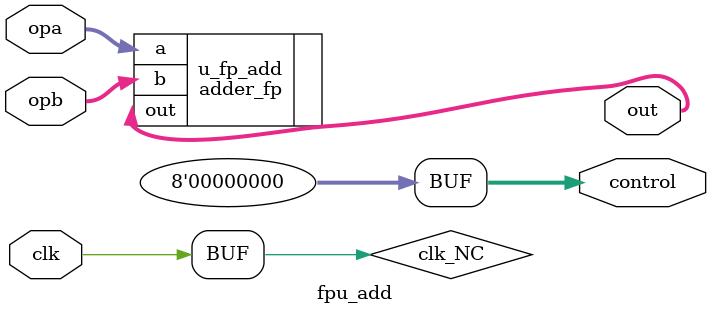
<source format=v>
`define BITS 32         // Bit width of the operands
`define NumPath 34     
 
module 	bgm(clock, 
		reset,
		sigma_a, 
		sigma_b, 
		sigma_c,
		Fn,
		dw_x,
		dw_y,
		dw_z,
		dt,
		Fn_out 
);

// SIGNAL DECLARATIONS
input	clock;
input 	reset;

input [`BITS-1:0] sigma_a;
input [`BITS-1:0] sigma_b;
input [`BITS-1:0] sigma_c;
input [`BITS-1:0] Fn;
input [`BITS-1:0] dw_x;
input [`BITS-1:0] dw_y;
input [`BITS-1:0] dw_z;
input [`BITS-1:0] dt;

output [`BITS-1:0] Fn_out;

wire [`BITS-1:0]	x0;
wire [`BITS-1:0]	x1;
wire [`BITS-1:0]	x2;
wire [`BITS-1:0]	x3;
wire [`BITS-1:0]	x4;
wire [`BITS-1:0]	x5;
wire [`BITS-1:0]	x6;
wire [`BITS-1:0]	x7;
wire [`BITS-1:0]	x8;
wire [`BITS-1:0]	x9;
wire [`BITS-1:0]	x10;

wire [`BITS-1:0]	a0;
wire [`BITS-1:0]	a1;
wire [`BITS-1:0]	a2;
wire [`BITS-1:0]	a3;
wire [`BITS-1:0]	a4;
wire [`BITS-1:0]	a5;
wire [`BITS-1:0]	a6;
wire [`BITS-1:0]	a7;
wire [`BITS-1:0]	a8;

wire [`BITS-1:0] Fn_out;
wire [`BITS-1:0] Fn_delay_chain;
wire [`BITS-1:0] Fn_delay_chain_delay5;

wire [`BITS-1:0] dw_x_delay;
wire [`BITS-1:0] dw_y_delay;
wire [`BITS-1:0] dw_z_delay;
wire [`BITS-1:0] sigma_a_delay;
wire [`BITS-1:0] sigma_b_delay;
wire [`BITS-1:0] sigma_c_delay;

wire [`BITS-1:0] fifo_out1;
wire [`BITS-1:0] fifo_out2;
wire [`BITS-1:0] fifo_out3;

wire [`BITS-1:0] a4_delay5;
/*
delay44 delay_u1(clock, dw_x, dw_x_delay);
delay44 delay_u2(clock, dw_y, dw_y_delay);
delay44 delay_u3(clock, dw_z, dw_z_delay);
delay44 delay_u4(clock, sigma_a, sigma_a_delay);
delay44 delay_u5(clock, sigma_b, sigma_b_delay);
delay44 delay_u6(clock, sigma_c, sigma_c_delay);

fifo fifo_1(clock, a0, fifo_out1);
fifo fifo_2(clock, a1, fifo_out2);
fifo fifo_3(clock, a2, fifo_out3);
*/

delay5 delay_u1(clock, dw_x, dw_x_delay);
delay5 delay_u2(clock, dw_y, dw_y_delay);
delay5 delay_u3(clock, dw_z, dw_z_delay);
delay5 delay_u4(clock, sigma_a, sigma_a_delay);
delay5 delay_u5(clock, sigma_b, sigma_b_delay);
delay5 delay_u6(clock, sigma_c, sigma_c_delay);

delay5 fifo_1(clock, a0, fifo_out1);
delay5 fifo_2(clock, a1, fifo_out2);
delay5 fifo_3(clock, a2, fifo_out3);



//assign x0 = Fn * sigma_a;
wire [7:0] x0_control;
fpu_mul x0_mul
( 
	.clk(clock), 
	.opa(Fn), 
	.opb(sigma_a), 
	.out(x0), 
	.control(x0_control) 
);

//assign x1 = Fn * sigma_b;
wire [7:0] x1_control;
fpu_mul x1_mul
( 
	.clk(clock), 
	.opa(Fn), 
	.opb(sigma_b), 
	.out(x1), 
	.control(x1_control) 
);


//assign x2 = Fn * sigma_c;
wire [7:0] x2_control;
fpu_mul x2_mul
( 
	.clk(clock), 
	.opa(Fn), 
	.opb(sigma_c), 
	.out(x2), 
	.control(x2_control) 
);

//assign a0 = x0 + fifo_out1;
wire [7:0] a0_control;
fpu_add a0_add
( 
	.clk(clock), 
	.opa(x0), 
	.opb(fifo_out1), 
	.out(a0), 
	.control(a0_control) 
);


//assign a1 = x1 + fifo_out2;
wire [7:0] a1_control;
fpu_add a1_add
( 
	.clk(clock), 
	.opa(x1), 
	.opb(fifo_out2), 
	.out(a1), 
	.control(a1_control) 
);

//assign a2 = x2 + fifo_out3;
wire [7:0] a2_control;
fpu_add a2_add
( 
	.clk(clock), 
	.opa(x2), 
	.opb(fifo_out3), 
	.out(a2), 
	.control(a2_control) 
);

//assign x3 = dw_x_delay * sigma_a_delay;
wire [7:0] x3_control;
fpu_mul x3_mul
( 
	.clk(clock), 
	.opa(dw_x_delay), 
	.opb(sigma_a_delay), 
	.out(x3), 
	.control(x3_control) 
);


//assign x4 = a0 * sigma_a_delay;
wire [7:0] x4_control;
fpu_mul x4_mul
( 
	.clk(clock), 
	.opa(a0), 
	.opb(sigma_a_delay), 
	.out(x4), 
	.control(x4_control) 
);


//assign x5 = dw_y_delay * sigma_b_delay;
wire [7:0] x5_control;
fpu_mul x5_mul
( 
	.clk(clock), 
	.opa(dw_y_delay), 
	.opb(sigma_b_delay), 
	.out(x5), 
	.control(x5_control) 
);

//assign x6 = a1 * sigma_b_delay;
wire [7:0] x6_control;
fpu_mul x6_mul
( 
	.clk(clock), 
	.opa(a1), 
	.opb(sigma_b_delay), 
	.out(x6), 
	.control(x6_control) 
);

//assign x7 = dw_z_delay * sigma_c_delay;
wire [7:0] x7_control;
fpu_mul x7_mul
( 
	.clk(clock), 
	.opa(dw_z_delay), 
	.opb(sigma_c_delay), 
	.out(x7), 
	.control(x7_control) 
);

//assign x8 = a2 * sigma_c_delay;
wire [7:0] x8_control;
fpu_mul x8_mul
( 
	.clk(clock), 
	.opa(a2), 
	.opb(sigma_c_delay), 
	.out(x8), 
	.control(x8_control) 
);

//assign a3 = x3 + x5;
wire [7:0] a3_control;
fpu_add a3_add
( 
	.clk(clock), 
	.opa(x3), 
	.opb(x5), 
	.out(a3), 
	.control(a3_control) 
);

//assign a4 = a3 + x7;
wire [7:0] a4_control;
fpu_add a4_add
( 
	.clk(clock), 
	.opa(a3), 
	.opb(x7), 
	.out(a4), 
	.control(a4_control) 
);


//assign a5 = x4 + x6;
wire [7:0] a5_control;
fpu_add a5_add
( 
	.clk(clock), 
	.opa(x4), 
	.opb(x6), 
	.out(a5), 
	.control(a5_control) 
);

//assign a6 = a5 + x8;
wire [7:0] a6_control;
fpu_add a6_add
( 
	.clk(clock), 
	.opa(a5), 
	.opb(x8), 
	.out(a6), 
	.control(a6_control) 
);

delay5 delay_a5(clock, a4, a4_delay5);

//assign x9 = dt * a6;
wire [7:0] x9_control;
fpu_mul x9_mul
( 
	.clk(clock), 
	.opa(dt), 
	.opb(a6), 
	.out(x9), 
	.control(x9_control) 
);

//assign a7 = a4_delay5 + x9;
wire [7:0] a7_control;
fpu_add a7_add
( 
	.clk(clock), 
	.opa(a4_delay5), 
	.opb(x9), 
	.out(a7), 
	.control(a7_control) 
);


//delay_chain delay_Fn(clock, Fn, Fn_delay_chain);
delay5 delay_Fn(clock, Fn, Fn_delay_chain);
delay5 delay_Fn_delay5(clock, Fn_delay_chain, Fn_delay_chain_delay5);

//assign x10 = a7 * Fn_delay_chain;
wire [7:0] x10_control;
fpu_mul x10_mul
( 
	.clk(clock), 
	.opa(a7), 
	.opb(Fn_delay_chain), 
	.out(x10), 
	.control(x10_control) 
);

//assign a8 = Fn_delay_chain_delay5 + x10;
wire [7:0] a8_control;
fpu_add a8_add
( 
	.clk(clock), 
	.opa(Fn_delay_chain_delay5), 
	.opb(x10), 
	.out(a8), 
	.control(a8_control) 
);

assign	Fn_out	= a8;


endmodule



/*
module fifo(clock, fifo_in, fifo_out);
	input clock;
	input [`BITS-1:0] fifo_in;
	output [`BITS-1:0] fifo_out;
	wire [`BITS-1:0] fifo_out;

	reg [`BITS-1:0] freg1;

	reg [`BITS-1:0] freg2;
	reg [`BITS-1:0] freg3;
	reg [`BITS-1:0] freg4;
	reg [`BITS-1:0] freg5;
	reg [`BITS-1:0] freg6;
	reg [`BITS-1:0] freg7;
	reg [`BITS-1:0] freg8;
	reg [`BITS-1:0] freg9;
	reg [`BITS-1:0] freg10;
	reg [`BITS-1:0] freg11;
	reg [`BITS-1:0] freg12;
	reg [`BITS-1:0] freg13;
	reg [`BITS-1:0] freg14;
	reg [`BITS-1:0] freg15;
	reg [`BITS-1:0] freg16;
	reg [`BITS-1:0] freg17;
	reg [`BITS-1:0] freg18;
	reg [`BITS-1:0] freg19;
	reg [`BITS-1:0] freg20;
	reg [`BITS-1:0] freg21;
	reg [`BITS-1:0] freg22;
	reg [`BITS-1:0] freg23;
	reg [`BITS-1:0] freg24;
	reg [`BITS-1:0] freg25;
	reg [`BITS-1:0] freg26;
	reg [`BITS-1:0] freg27;
	reg [`BITS-1:0] freg28;
	reg [`BITS-1:0] freg29;
	reg [`BITS-1:0] freg30;
	reg [`BITS-1:0] freg31;
	reg [`BITS-1:0] freg32;
	reg [`BITS-1:0] freg33;
	reg [`BITS-1:0] freg34;
 
	assign fifo_out = freg34;

	always @(posedge clock)
	begin
		freg1 <= fifo_in;

		freg2 <= freg1;
		freg3 <= freg2;
		freg4 <= freg3;
		freg5 <= freg4;
		freg6 <= freg5;
		freg7 <= freg6;
		freg8 <= freg7;
		freg9 <= freg8;
		freg10 <= freg9;
		freg11 <= freg10;
		freg12 <= freg11;
		freg13 <= freg12;
		freg14 <= freg13;
		freg15 <= freg14;
		freg16 <= freg15;
		freg17 <= freg16;
		freg18 <= freg17;
		freg19 <= freg18;
		freg20 <= freg19;
		freg21 <= freg20;
		freg22 <= freg21;
		freg23 <= freg22;
		freg24 <= freg23;
		freg25 <= freg24;
		freg26 <= freg25;
		freg27 <= freg26;
		freg28 <= freg27;
		freg29 <= freg28;
		freg30 <= freg29;
		freg31 <= freg30;
		freg32 <= freg31;
		freg33 <= freg32;
		freg34 <= freg33;

	end
endmodule
*/

module delay5 (clock, d5_delay_in, d5_delay_out);
	input clock;
	input [`BITS-1:0] d5_delay_in;
	output [`BITS-1:0] d5_delay_out;

	//FIFO delay
	reg [`BITS-1:0] d5_reg1;
/*
	reg [`BITS-1:0] d5_reg2;
	reg [`BITS-1:0] d5_reg3;
	reg [`BITS-1:0] d5_reg4;
	reg [`BITS-1:0] d5_reg5;
	reg [`BITS-1:0] d5_reg6;
*/

	assign d5_delay_out = d5_reg1;

	always @(posedge clock)
	begin
		d5_reg1 <= d5_delay_in;
/*
		d5_reg2 <= d5_reg1;
		d5_reg3 <= d5_reg2;
		d5_reg4 <= d5_reg3;
		d5_reg5 <= d5_reg4;
		d5_reg6 <= d5_reg5;
*/
	end
endmodule

/*
module delay44 (clock, delay_in, delay_out);
	input clock;
	input [`BITS-1:0] delay_in;
	output [`BITS-1:0] delay_out;
//	wire [`BITS-1:0] delay_out;

	//FIFO delay
	wire [`BITS-1:0] fifo_out;
	
	//multiplier delay
 	wire [`BITS-1:0] delay5_dout1;

	//adder delay
 	wire [`BITS-1:0] delay5_dout2;

	fifo fifo_delay(clock, delay_in , fifo_out);
	delay5 delay_d1(clock, fifo_out, delay5_dout1);
	delay5 delay_d2(clock, delay5_dout1, delay5_dout2);

	assign delay_out = delay5_dout2;
//	always @(posedge clock)
//	begin
//		fifo_out <= delay_in;
//		delay5_dout1 <= fifo_out;
//		delay5_dout2 <= delay5_dout1;
//	end

endmodule
*/

/*
module delay_chain (clock, delay_in, delay_out);
	input clock;
	input [`BITS-1:0] delay_in;
	output [`BITS-1:0] delay_out;
//	wire [`BITS-1:0] delay_out;

	wire [`BITS-1:0] delay44_out;
	wire [`BITS-1:0] delay5_out1;
	wire [`BITS-1:0] delay5_out2;
	wire [`BITS-1:0] delay5_out3;
	wire [`BITS-1:0] delay5_out4;

	delay44 delay_c1(clock, delay_in, delay44_out);
	delay5 delay_c2(clock, delay44_out, delay5_out1);
	delay5 delay_c3(clock, delay5_out1, delay5_out2);
	delay5 delay_c4(clock, delay5_out2, delay5_out3);
	delay5 delay_c5(clock, delay5_out3, delay5_out4);

	assign delay_out = delay5_out4;
endmodule
*/

module fpu_mul( 
clk, 
//rmode, 
opa, opb, out, 
control
/*
inf, snan, qnan, ine, overflow, underflow, zero, div_by_zero
*/
);
input		clk;
//input	[1:0]	rmode;
input	[31:0]	opa, opb;
output	[31:0]	out;
output  [7:0] control;
/*
output		inf, snan, qnan;
output		ine;
output		overflow, underflow;
output		zero;
output		div_by_zero;
*/
wire clk_NC;
assign clk_NC = clk;
multiply_fp u_fp_mult(.a(opa), .b(opb), .out(out));
assign control = 8'b0;

endmodule


//// module fpu_mul( 
//// clk, 
//// //rmode, 
//// opa, opb, out, 
//// control
//// /*
//// inf, snan, qnan, ine, overflow, underflow, zero, div_by_zero
//// */
//// );
//// input		clk;
//// //input	[1:0]	rmode;
//// input	[31:0]	opa, opb;
//// output	[31:0]	out;
//// output  [7:0] control;
//// /*
//// output		inf, snan, qnan;
//// output		ine;
//// output		overflow, underflow;
//// output		zero;
//// output		div_by_zero;
//// */
//// 
//// 
//// 
//// ////////////////////////////////////////////////////////////////////////
//// //
//// // Local Wires
//// //
//// reg [2:0] fpu_op;
//// reg		zero;
//// reg	[31:0]	opa_r, opb_r;		// Input operand registers
//// reg	[31:0]	out;			// Output register
//// reg		div_by_zero;		// Divide by zero output register
//// wire		signa, signb;		// alias to opX sign
//// wire		sign_fasu;		// sign output
//// wire	[26:0]	fracta, fractb;		// Fraction Outputs from EQU block
//// wire	[7:0]	exp_fasu;		// Exponent output from EQU block
//// reg	[7:0]	exp_r;			// Exponent output (registerd)
//// wire	[26:0]	fract_out_d;		// fraction output
//// wire		co;			// carry output
//// reg	[27:0]	fract_out_q;		// fraction output (registerd)
//// wire	[30:0]	out_d;			// Intermediate final result output
//// wire		overflow_d, underflow_d;// Overflow/Underflow Indicators
//// reg		overflow, underflow;	// Output registers for Overflow & Underflow
//// reg		inf, snan, qnan;	// Output Registers for INF, SNAN and QNAN
//// reg		ine;			// Output Registers for INE
//// reg	[1:0]	rmode_r1, rmode_r2, 	// Pipeline registers for rounding mode
//// 		rmode_r3;
//// reg	[2:0]	fpu_op_r1, fpu_op_r2,	// Pipeline registers for fp opration
//// 		fpu_op_r3;
//// wire		mul_inf, div_inf;
//// wire		mul_00, div_00;
//// /*
//// parameter	INF  = 31'h7f800000;
//// parameter	QNAN = 31'h7fc00001;
//// parameter	 SNAN = 31'h7f800001;
//// 
//// */
//// wire	[1:0]	rmode;
//// assign rmode = 2'b00;
//// 
//// wire [30:0]	INF;
//// assign INF = 31'h7f800000;
//// wire [30:0]	QNAN; 
//// assign QNAN = 31'h7fc00001;
//// wire [30:0] SNAN;
//// assign SNAN = 31'h7f800001;
//// 
//// // start output_reg
//// reg [31:0]  out_o1;
//// reg     inf_o1, snan_o1, qnan_o1;
//// reg     ine_o1;
//// reg     overflow_o1, underflow_o1;
//// reg     zero_o1;
//// reg     div_by_zero_o1;
//// // end output_reg
//// 
//// wire [7:0] contorl;
//// assign control = {inf, snan, qnan, ine, overflow, underflow, zero, div_by_zero};
//// 
//// ////////////////////////////////////////////////////////////////////////
//// //
//// // Input Registers
//// //
//// 
//// always @(posedge clk)  begin
////  fpu_op[2:0] <= 3'b010;
//// end
//// 
//// always @(posedge clk)
//// 	opa_r <= opa;
//// 
//// always @(posedge clk)
//// 	opb_r <= opb;
//// 
//// always @(posedge clk)
//// 	rmode_r1 <= rmode;
//// 
//// always @(posedge clk)
//// 	rmode_r2 <= rmode_r1;
//// 
//// always @(posedge clk)
//// 	rmode_r3 <= rmode_r2;
//// 
//// always @(posedge clk)
//// 	fpu_op_r1 <= fpu_op;
//// 
//// always @(posedge clk)
//// 	fpu_op_r2 <= fpu_op_r1;
//// 
//// always @(posedge clk)
//// 	fpu_op_r3 <= fpu_op_r2;
//// 
//// ////////////////////////////////////////////////////////////////////////
//// //
//// // Exceptions block
//// //
//// wire		inf_d, ind_d, qnan_d, snan_d, opa_nan, opb_nan;
//// wire		opa_00, opb_00;
//// wire		opa_inf, opb_inf;
//// wire		opa_dn, opb_dn;
//// 
//// except u0(	.clk(clk),
//// 		.opa(opa_r[30:0]), .opb(opb_r[30:0]),
//// 		.inf(inf_d), .ind(ind_d),
//// 		.qnan(qnan_d), .snan(snan_d),
//// 		.opa_nan(opa_nan), .opb_nan(opb_nan),
//// 		.opa_00(opa_00), .opb_00(opb_00),
//// 		.opa_inf(opa_inf), .opb_inf(opb_inf),
//// 		.opa_dn(opa_dn), .opb_dn(opb_dn)
//// 		);
//// 
//// ////////////////////////////////////////////////////////////////////////
//// //
//// // Pre-Normalize block
//// // - Adjusts the numbers to equal exponents and sorts them
//// // - determine result sign
//// // - determine actual operation to perform (add or sub)
//// //
//// 
//// wire		nan_sign_d, result_zero_sign_d;
//// reg		sign_fasu_r;
//// wire	[7:0]	exp_mul;
//// wire		sign_mul;
//// reg		sign_mul_r;
//// wire	[23:0]	fracta_mul, fractb_mul;
//// wire		inf_mul;
//// reg		inf_mul_r;
//// wire	[1:0]	exp_ovf;
//// reg	[1:0]	exp_ovf_r;
//// wire		sign_exe;
//// reg		sign_exe_r;
//// wire	[2:0]	underflow_fmul_d;
//// 
//// pre_norm_fmul u2(
//// 		.clk(clk),
//// 		.fpu_op(fpu_op_r1),
//// 		.opa(opa_r), .opb(opb_r),
//// 		.fracta(fracta_mul),
//// 		.fractb(fractb_mul),
//// 		.exp_out(exp_mul),	// FMUL exponent output (registered)
//// 		.sign(sign_mul),	// FMUL sign output (registered)
//// 		.sign_exe(sign_exe),	// FMUL exception sign output (registered)
//// 		.inf(inf_mul),		// FMUL inf output (registered)
//// 		.exp_ovf(exp_ovf),	// FMUL exponnent overflow output (registered)
//// 		.underflow(underflow_fmul_d)
//// 		);
//// 
//// always @(posedge clk)
//// 	sign_mul_r <=  sign_mul;
//// 
//// always @(posedge clk)
//// 	sign_exe_r <=  sign_exe;
//// 
//// always @(posedge clk)
//// 	inf_mul_r <=  inf_mul;
//// 
//// always @(posedge clk)
//// 	exp_ovf_r <=  exp_ovf;
//// 
//// 
//// ////////////////////////////////////////////////////////////////////////
//// //
//// // Mul
//// //
//// wire	[47:0]	prod;
//// 
//// mul_r2 u5(.clk(clk), .opa(fracta_mul), .opb(fractb_mul), .prod(prod));
//// 
//// 
//// ////////////////////////////////////////////////////////////////////////
//// //
//// // Normalize Result
//// //
//// wire		ine_d;
//// reg	[47:0]	fract_denorm;
//// wire	[47:0]	fract_div;
//// wire		sign_d;
//// reg		sign;
//// reg	[30:0]	opa_r1;
//// reg	[47:0]	fract_i2f;
//// reg		opas_r1, opas_r2;
//// wire		f2i_out_sign;
//// 
//// always @(posedge clk)			// Exponent must be once cycle delayed
//// 	exp_r <=  exp_mul;
//// 
//// always @(posedge clk)
//// 	opa_r1 <= opa_r[30:0];
//// 
//// //always @(fpu_op_r3 or prod)
//// always @(prod)
//// 	fract_denorm = prod;
//// 
//// always @(posedge clk)
//// 	opas_r1 <=  opa_r[31];
//// 
//// always @(posedge clk)
//// 	opas_r2 <=  opas_r1;
//// 
//// assign sign_d =  sign_mul;
//// 
//// always @(posedge clk)
//// 	sign <=  (rmode_r2==2'h3) ? !sign_d : sign_d;
//// 
//// wire or_result;
//// assign or_result = mul_00 | div_00;
//// post_norm u4(
//// //.clk(clk),			// System Clock
//// 	.fpu_op(fpu_op_r3),		// Floating Point Operation
//// 	.opas(opas_r2),			// OPA Sign
//// 	.sign(sign),			// Sign of the result
//// 	.rmode(rmode_r3),		// Rounding mode
//// 	.fract_in(fract_denorm),	// Fraction Input
//// 	.exp_in(exp_r),			// Exponent Input
//// 	.exp_ovf(exp_ovf_r),		// Exponent Overflow
//// 	.opa_dn(opa_dn),		// Operand A Denormalized
//// 	.opb_dn(opb_dn),		// Operand A Denormalized
//// 	.rem_00(1'b0),		// Diveide Remainder is zero
//// 	.div_opa_ldz(5'b00000),	// Divide opa leading zeros count
//// //	.output_zero(mul_00 | div_00),	// Force output to Zero
//// 	.output_zero(or_result),	// Force output to Zero
//// 	.out(out_d),			// Normalized output (un-registered)
//// 	.ine(ine_d),			// Result Inexact output (un-registered)
//// 	.overflow(overflow_d),		// Overflow output (un-registered)
//// 	.underflow(underflow_d),	// Underflow output (un-registered)
//// 	.f2i_out_sign(f2i_out_sign)	// F2I Output Sign
//// 	);
//// 
//// ////////////////////////////////////////////////////////////////////////
//// //
//// // FPU Outputs
//// //
//// wire	[30:0]	out_fixed;
//// wire		output_zero_fasu;
//// wire		output_zero_fdiv;
//// wire		output_zero_fmul;
//// reg		inf_mul2;
//// wire		overflow_fasu;
//// wire		overflow_fmul;
//// wire		overflow_fdiv;
//// wire		inf_fmul;
//// wire		sign_mul_final;
//// wire		out_d_00;
//// wire		sign_div_final;
//// wire		ine_mul, ine_mula, ine_div, ine_fasu;
//// wire		underflow_fasu, underflow_fmul, underflow_fdiv;
//// wire		underflow_fmul1;
//// reg	[2:0]	underflow_fmul_r;
//// reg		opa_nan_r;
//// 
//// 
//// 
//// always @(posedge clk)
//// 	inf_mul2 <=  exp_mul == 8'hff;
//// 
//// 
//// // Force pre-set values for non numerical output
//// assign mul_inf = (fpu_op_r3==3'b010) & (inf_mul_r | inf_mul2) & (rmode_r3==2'h0);
//// assign div_inf = (fpu_op_r3==3'b011) & (opb_00 | opa_inf);
//// 
//// assign mul_00 = (fpu_op_r3==3'b010) & (opa_00 | opb_00);
//// assign div_00 = (fpu_op_r3==3'b011) & (opa_00 | opb_inf);
//// 
//// assign out_fixed = 
//// 	( (qnan_d | snan_d) | 
//// 		(opa_inf & opb_00)|
//// 		(opb_inf & opa_00 )
//// 	)  ? QNAN : INF;
//// 
//// always @(posedge clk)
//// 	out_o1[30:0] <=  (mul_inf | div_inf | inf_d | snan_d | qnan_d) ?  out_fixed : out_d;
//// 
//// assign out_d_00 = !(|out_d);
//// 
//// assign sign_mul_final = (sign_exe_r & ((opa_00 & opb_inf) | (opb_00 & opa_inf))) ? !sign_mul_r : sign_mul_r;
//// 
//// assign sign_div_final = (sign_exe_r & (opa_inf & opb_inf)) ? !sign_mul_r : sign_mul_r | (opa_00 & opb_00);
//// 
//// always @(posedge clk)
//// //	out_o1[31] <= 	 !(snan_d | qnan_d) ?	sign_mul_final : nan_sign_d ;
////   out_o1[31] <= !(snan_d | qnan_d) & sign_mul_final;
//// 
//// // Exception Outputs
//// assign ine_mula = ((inf_mul_r |  inf_mul2 | opa_inf | opb_inf) & (rmode_r3==2'h1) & 
//// 		!((opa_inf & opb_00) | (opb_inf & opa_00 )) & fpu_op_r3[1]);
//// 
//// assign ine_mul  = (ine_mula | ine_d | inf_fmul | out_d_00 | overflow_d | underflow_d) &
//// 		  !opa_00 & !opb_00 & !(snan_d | qnan_d | inf_d);
//// 
//// always @(posedge  clk)
//// 	ine_o1 <=  ine_mul;
//// 
//// 
//// assign overflow_fmul = !inf_d & (inf_mul_r | inf_mul2 | overflow_d) & !(snan_d | qnan_d);
//// 
//// always @(posedge clk)
//// 	overflow_o1 <= 	 overflow_fmul;
//// 
//// always @(posedge clk)
//// 	underflow_fmul_r <=  underflow_fmul_d;
//// 
//// wire out_d_compare1;
//// assign out_d_compare1 = (out_d[30:23]==8'b0);
//// 
//// wire out_d_compare2;
//// assign out_d_compare2 = (out_d[22:0]==23'b0);
//// /*
//// assign underflow_fmul1 = underflow_fmul_r[0] |
//// 			(underflow_fmul_r[1] & underflow_d ) |
//// 			((opa_dn | opb_dn) & out_d_00 & (prod!=0) & sign) |
//// 			(underflow_fmul_r[2] & ((out_d[30:23]==8'b0) | (out_d[22:0]==23'b0)));
//// */
//// assign underflow_fmul1 = underflow_fmul_r[0] |
//// 			(underflow_fmul_r[1] & underflow_d ) |
//// 			((opa_dn | opb_dn) & out_d_00 & (prod!=48'b0) & sign) |
//// 			(underflow_fmul_r[2] & (out_d_compare1 | out_d_compare2));
//// 
//// 
//// assign underflow_fmul = underflow_fmul1 & !(snan_d | qnan_d | inf_mul_r);
//// /*
//// always @(posedge clk)
//// begin
//// 	underflow_o1 <=  1'b0;
//// 	snan_o1 <= 1'b0;
//// 	qnan_o1 <= 1'b0;
//// 	inf_fmul <= 1'b0;
//// 	inf_o1 <= 1'b0;
//// 	zero_o1 <= 1'b0;
//// 	opa_nan_r <= 1'b0;
//// 	div_by_zero_o1 <= 1'b0;
//// end
//// assign output_zero_fmul = 1'b0;
//// */
//// 
//// 
//// always @(posedge clk)
//// 	underflow_o1 <=   underflow_fmul;
//// 
//// always @(posedge clk)
//// 	snan_o1 <=  snan_d;
//// 
//// // Status Outputs
//// always @(posedge clk)
//// 	qnan_o1 <= 	 ( snan_d | qnan_d |
//// 				(((opa_inf & opb_00) | (opb_inf & opa_00 )) & fpu_op_r3==3'b010)
//// 					   );
//// 
//// assign inf_fmul = 	(((inf_mul_r | inf_mul2) & (rmode_r3==2'h0)) | opa_inf | opb_inf) & 
//// 			!((opa_inf & opb_00) | (opb_inf & opa_00 )) &
//// 			fpu_op_r3==3'b010;
//// 
//// always @(posedge clk)
//// /*
//// 	inf_o1 <= 	fpu_op_r3[2] ? 1'b0 :
//// 			(!(qnan_d | snan_d) & 
//// 			( ((&out_d[30:23]) & !(|out_d[22:0]) & !(opb_00 & fpu_op_r3==3'b011)) | inf_fmul)
//// 			);
//// */
//// 	inf_o1 <= !fpu_op_r3[2] & (!(qnan_d | snan_d) & 
//// 			( ((&out_d[30:23]) & !(|out_d[22:0]) & !(opb_00 & fpu_op_r3==3'b011)) | inf_fmul)
//// 			);
//// 
//// assign output_zero_fmul = (out_d_00 | opa_00 | opb_00) &
//// 			  !(inf_mul_r | inf_mul2 | opa_inf | opb_inf | snan_d | qnan_d) &
//// 			  !(opa_inf & opb_00) & !(opb_inf & opa_00);
//// 
//// always @(posedge clk)
//// 	zero_o1 <=  output_zero_fmul;
//// 
//// always @(posedge clk)
//// 	opa_nan_r <=  (!opa_nan) & (fpu_op_r2==3'b011) ;
//// 
//// always @(posedge clk)
//// 	div_by_zero_o1 <=  opa_nan_r & !opa_00 & !opa_inf & opb_00;
//// 
//// 
//// // output register
//// always @(posedge clk)
//// begin
//// 	qnan <=  qnan_o1;
//// 	out <=  out_o1;
//// 	inf <=  inf_o1;
//// 	snan <=  snan_o1;
//// 	//qnan <=  qnan_o1;
//// 	ine <=  ine_o1;
//// 	overflow <=  overflow_o1;
//// 	underflow <=  underflow_o1;
//// 	zero <=  zero_o1;
//// 	div_by_zero <=  div_by_zero_o1;
//// end
//// endmodule
//// 
//// 
//// //---------------------------------------------------------------------------------
//// module except(	clk, opa, opb, inf, ind, qnan, snan, opa_nan, opb_nan,
//// 		opa_00, opb_00, opa_inf, opb_inf, opa_dn, opb_dn);
//// input		clk;
//// input	[30:0]	opa, opb;
//// output		inf, ind, qnan, snan, opa_nan, opb_nan;
//// output		opa_00, opb_00;
//// output		opa_inf, opb_inf;
//// output		opa_dn;
//// output		opb_dn;
//// 
//// ////////////////////////////////////////////////////////////////////////
//// //
//// // Local Wires and registers
//// //
//// 
//// wire	[7:0]	expa, expb;		// alias to opX exponent
//// wire	[22:0]	fracta, fractb;		// alias to opX fraction
//// reg		expa_ff, infa_f_r, qnan_r_a, snan_r_a;
//// reg		expb_ff, infb_f_r, qnan_r_b, snan_r_b;
//// reg		inf, ind, qnan, snan;	// Output registers
//// reg		opa_nan, opb_nan;
//// reg		expa_00, expb_00, fracta_00, fractb_00;
//// reg		opa_00, opb_00;
//// reg		opa_inf, opb_inf;
//// reg		opa_dn, opb_dn;
//// 
//// ////////////////////////////////////////////////////////////////////////
//// //
//// // Aliases
//// //
//// 
//// assign   expa = opa[30:23];
//// assign   expb = opb[30:23];
//// assign fracta = opa[22:0];
//// assign fractb = opb[22:0];
//// 
//// ////////////////////////////////////////////////////////////////////////
//// //
//// // Determine if any of the input operators is a INF or NAN or any other special number
//// //
//// 
//// always @(posedge clk)
//// 	expa_ff <=  &expa;
//// 
//// always @(posedge clk)
//// 	expb_ff <=  &expb;
//// 	
//// always @(posedge clk)
//// 	infa_f_r <=  !(|fracta);
//// 
//// always @(posedge clk)
//// 	infb_f_r <=  !(|fractb);
//// 
//// always @(posedge clk)
//// 	qnan_r_a <=   fracta[22];
//// 
//// always @(posedge clk)
//// 	snan_r_a <=  !fracta[22] & |fracta[21:0];
//// 	
//// always @(posedge clk)
//// 	qnan_r_b <=   fractb[22];
//// 
//// always @(posedge clk)
//// 	snan_r_b <=  !fractb[22] & |fractb[21:0];
//// 
//// always @(posedge clk)
//// 	ind  <=  (expa_ff & infa_f_r) & (expb_ff & infb_f_r);
//// 
//// always @(posedge clk)
//// 	inf  <=  (expa_ff & infa_f_r) | (expb_ff & infb_f_r);
//// 
//// always @(posedge clk)
//// 	qnan <=  (expa_ff & qnan_r_a) | (expb_ff & qnan_r_b);
//// 
//// always @(posedge clk)
//// 	snan <=  (expa_ff & snan_r_a) | (expb_ff & snan_r_b);
//// 
//// always @(posedge clk)
//// 	opa_nan <=  &expa & (|fracta[22:0]);
//// 
//// always @(posedge clk)
//// 	opb_nan <=  &expb & (|fractb[22:0]);
//// 
//// always @(posedge clk)
//// 	opa_inf <=  (expa_ff & infa_f_r);
//// 
//// always @(posedge clk)
//// 	opb_inf <=  (expb_ff & infb_f_r);
//// 
//// always @(posedge clk)
//// 	expa_00 <=  !(|expa);
//// 
//// always @(posedge clk)
//// 	expb_00 <=  !(|expb);
//// 
//// always @(posedge clk)
//// 	fracta_00 <=  !(|fracta);
//// 
//// always @(posedge clk)
//// 	fractb_00 <=  !(|fractb);
//// 
//// always @(posedge clk)
//// 	opa_00 <=  expa_00 & fracta_00;
//// 
//// always @(posedge clk)
//// 	opb_00 <=  expb_00 & fractb_00;
//// 
//// always @(posedge clk)
//// 	opa_dn <=  expa_00;
//// 
//// always @(posedge clk)
//// 	opb_dn <=  expb_00;
//// 
//// endmodule
//// 
//// 
//// 
//// 
//// //---------------------------------------------------------------------------------
//// module pre_norm_fmul(clk, fpu_op, opa, opb, fracta, fractb, exp_out, sign,
//// 		sign_exe, inf, exp_ovf, underflow);
//// input		clk;
//// input	[2:0]	fpu_op;
//// input	[31:0]	opa, opb;
//// output	[23:0]	fracta, fractb;
//// output	[7:0]	exp_out;
//// output		sign, sign_exe;
//// output		inf;
//// output	[1:0]	exp_ovf;
//// output	[2:0]	underflow;
//// 
//// ////////////////////////////////////////////////////////////////////////
//// //
//// // Local Wires and registers
//// //
//// 
//// reg	[7:0]	exp_out;
//// wire		signa, signb;
//// reg		sign, sign_d;
//// reg		sign_exe;
//// reg		inf;
//// wire	[1:0]	exp_ovf_d;
//// reg	[1:0]	exp_ovf;
//// wire	[7:0]	expa, expb;
//// wire	[7:0]	exp_tmp1, exp_tmp2;
//// wire		co1, co2;
//// wire		expa_dn, expb_dn;
//// wire	[7:0]	exp_out_a;
//// wire		opa_00, opb_00, fracta_00, fractb_00;
//// wire	[7:0]	exp_tmp3, exp_tmp4, exp_tmp5;
//// wire	[2:0]	underflow_d;
//// reg	[2:0]	underflow;
//// wire		op_div;
//// wire	[7:0]	exp_out_mul, exp_out_div;
//// 
//// assign op_div = (fpu_op == 3'b011);
//// ////////////////////////////////////////////////////////////////////////
//// //
//// // Aliases
//// //
//// assign  signa = opa[31];
//// assign  signb = opb[31];
//// assign   expa = opa[30:23];
//// assign   expb = opb[30:23];
//// 
//// ////////////////////////////////////////////////////////////////////////
//// //
//// // Calculate Exponenet
//// //
//// 
//// assign expa_dn   = !(|expa);
//// assign expb_dn   = !(|expb);
//// assign opa_00    = !(|opa[30:0]);
//// assign opb_00    = !(|opb[30:0]);
//// assign fracta_00 = !(|opa[22:0]);
//// assign fractb_00 = !(|opb[22:0]);
//// 
//// assign fracta[22:0] = opa[22:0];
//// assign fractb[22:0] = opb[22:0];
//// assign fracta[23:23] = !expa_dn;
//// assign fractb[23:23] = !expb_dn;
//// //assign fracta = {!expa_dn,opa[22:0]};	// Recover hidden bit
//// //assign fractb = {!expb_dn,opb[22:0]};	// Recover hidden bit
//// 
//// assign {co1,exp_tmp1} = op_div ? ({1'b0,expa[7:0]} - {1'b0,expb[7:0]}) : ({1'b0,expa[7:0]} + {1'b0,expb[7:0]});
//// assign {co2,exp_tmp2} = op_div ? ({co1,exp_tmp1} + 9'h07f) : ({co1,exp_tmp1} - 9'h07f);
//// assign exp_tmp3 = exp_tmp2 + 8'h01;
//// assign exp_tmp4 = 8'h7f - exp_tmp1;
//// assign exp_tmp5 = op_div ? (exp_tmp4+8'h01) : (exp_tmp4-8'h01);
//// 
//// 
//// always@(posedge clk)
//// 	exp_out <= op_div ? exp_out_div : exp_out_mul;
//// 
//// assign exp_out_div = (expa_dn | expb_dn) ? (co2 ? exp_tmp5 : exp_tmp3 ) : co2 ? exp_tmp4 : exp_tmp2;
//// assign exp_out_mul = exp_ovf_d[1] ? exp_out_a : (expa_dn | expb_dn) ? exp_tmp3 : exp_tmp2;
//// assign exp_out_a   = (expa_dn | expb_dn) ? exp_tmp5 : exp_tmp4;
//// assign exp_ovf_d[0] = op_div ? (expa[7] & !expb[7]) : (co2 & expa[7] & expb[7]);
//// assign exp_ovf_d[1] = op_div ? co2                  : ((!expa[7] & !expb[7] & exp_tmp2[7]) | co2);
//// 
//// always @(posedge clk)
//// 	exp_ovf <=   exp_ovf_d;
//// 
//// assign underflow_d[0] =	(exp_tmp1 < 8'h7f) & !co1 & !(opa_00 | opb_00 | expa_dn | expb_dn);
//// assign underflow_d[1] =	((expa[7] | expb[7]) & !opa_00 & !opb_00) |
//// 			 (expa_dn & !fracta_00) | (expb_dn & !fractb_00);
//// assign underflow_d[2] =	 !opa_00 & !opb_00 & (exp_tmp1 == 8'h7f);
//// 
//// always @(posedge clk)
//// 	underflow <= underflow_d;
//// 
//// always @(posedge clk)
//// 	inf <= op_div ? (expb_dn & !expa[7]) : ({co1,exp_tmp1} > 9'h17e) ;
//// 
//// 
//// ////////////////////////////////////////////////////////////////////////
//// //
//// // Determine sign for the output
//// //
//// 
//// // sign: 0=Posetive Number; 1=Negative Number
//// always @(signa or signb)
////    case({signa, signb})		// synopsys full_case parallel_case
//// 	2'b00: sign_d = 0;
//// 	2'b01: sign_d = 1;
//// 	2'b10: sign_d = 1;
//// 	2'b11: sign_d = 0;
////    endcase
//// 
//// always @(posedge clk)
//// 	sign <= sign_d;
//// 
//// always @(posedge clk)
//// 	sign_exe <= signa & signb;
//// 
//// endmodule
//// 
//// //----------------------------------------------------------------------------
//// ////////////////////////////////////////////////////////////////////////
//// //
//// // Multiply
//// //
//// 
//// module mul_r2(clk, opa, opb, prod);
//// input		clk;
//// input	[23:0]	opa, opb;
//// output	[47:0]	prod;
//// 
//// reg	[47:0]	prod1, prod;
//// 
//// always @(posedge clk)
//// 	prod1 <=   opa * opb;
//// 
//// always @(posedge clk)
//// 	prod <=   prod1;
//// 
//// endmodule
//// 
//// 
//// 
//// //----------------------------------------------------------------------------
//// 
//// 
//// module post_norm( fpu_op, opas, sign, rmode, fract_in, exp_in, exp_ovf,
//// 		opa_dn, opb_dn, rem_00, div_opa_ldz, output_zero, out,
//// 		ine, overflow, underflow, f2i_out_sign);
//// 	input	[2:0]	fpu_op;
//// 	input		opas;
//// 	input		sign;
//// 	input	[1:0]	rmode;
//// 	input	[47:0]	fract_in;
//// 	input	[7:0]	exp_in;
//// 	input	[1:0]	exp_ovf;
//// 	input		opa_dn, opb_dn;
//// 	input		rem_00;
//// 	input	[4:0]	div_opa_ldz;
//// 	input		output_zero;
//// 	output	[30:0]	out;
//// 	output		ine;
//// 	output		overflow, underflow;
//// 	output		f2i_out_sign;
//// 
//// 	////////////////////////////////////////////////////////////////////////
//// 	//
//// 	// Local Wires and registers
//// 	//
//// 
//// 	wire	[22:0]	fract_out;
//// 	wire	[7:0]	exp_out;
//// 	wire	[30:0]	out;
//// 	wire		exp_out1_co, overflow, underflow;
//// 	wire	[22:0]	fract_out_final;
//// 	reg	[22:0]	fract_out_rnd;
//// 	wire	[8:0]	exp_next_mi;
//// 	wire		dn;
//// 	wire		exp_rnd_adj;
//// 	wire	[7:0]	exp_out_final;
//// 	reg	[7:0]	exp_out_rnd;
//// 	wire		op_dn;
//// 
//// 	wire		op_mul;
//// 	wire		op_div;
//// 	wire		op_i2f;
//// 	wire		op_f2i;
//// 
//// 
//// 	//reg	[5:0]	fi_ldz;
//// 	wire	[5:0]	fi_ldz;
//// 
//// 	wire		g, r, s;
//// 	wire		round, round2, round2a, round2_fasu, round2_fmul;
//// 	wire	[7:0]	exp_out_rnd0, exp_out_rnd1, exp_out_rnd2, exp_out_rnd2a;
//// 	wire	[22:0]	fract_out_rnd0, fract_out_rnd1, fract_out_rnd2, fract_out_rnd2a;
//// 	wire		exp_rnd_adj0, exp_rnd_adj2a;
//// 	wire		r_sign;
//// 	wire		ovf0, ovf1;
//// 	wire	[23:0]	fract_out_pl1;
//// 	wire	[7:0]	exp_out_pl1, exp_out_mi1;
//// 	wire		exp_out_00, exp_out_fe, exp_out_ff, exp_in_00, exp_in_ff;
//// 	wire		exp_out_final_ff, fract_out_7fffff;
//// 	wire	[24:0]	fract_trunc;
//// 	wire	[7:0]	exp_out1;
//// 	wire		grs_sel;
//// 	wire		fract_out_00, fract_in_00;
//// 	wire		shft_co;
//// 	wire	[8:0]	exp_in_pl1, exp_in_mi1;
//// 	wire	[47:0]	fract_in_shftr;
//// 	wire	[47:0]	fract_in_shftl;
//// 
//// 	// for block shifter
//// 	wire	[47:0]	fract_in_shftr_1;
//// 	wire	[47:0]	fract_in_shftl_1;
//// 	// end for block shifter
//// 
//// 	wire	[7:0]	exp_div;
//// 	wire	[7:0]	shft2;
//// 	wire	[7:0]	exp_out1_mi1;
//// 	wire		div_dn;
//// 	wire		div_nr;
//// 	wire		grs_sel_div;
//// 
//// 	wire		div_inf;
//// 	wire	[6:0]	fi_ldz_2a;
//// 	wire	[7:0]	fi_ldz_2;
//// 	wire	[7:0]	div_shft1, div_shft2, div_shft3, div_shft4;
//// 	wire		div_shft1_co;
//// 	wire	[8:0]	div_exp1;
//// 	wire	[7:0]	div_exp2, div_exp3;
//// 	wire		left_right, lr_mul, lr_div;
//// 	wire	[7:0]	shift_right, shftr_mul, shftr_div;
//// 	wire	[7:0]	shift_left,  shftl_mul, shftl_div;
//// 	wire	[7:0]	fasu_shift;
//// 	wire	[7:0]	exp_fix_div;
//// 
//// 	wire	[7:0]	exp_fix_diva, exp_fix_divb;
//// 	wire	[5:0]	fi_ldz_mi1;
//// 	wire	[5:0]	fi_ldz_mi22;
//// 	wire		exp_zero;
//// 	wire	[6:0]	ldz_all;
//// 	wire	[7:0]	ldz_dif;
//// 
//// 	wire	[8:0]	div_scht1a;
//// 	wire	[7:0]	f2i_shft;
//// 	wire	[55:0]	exp_f2i_1;
//// 	wire		f2i_zero, f2i_max;
//// 	wire	[7:0]	f2i_emin;
//// 	wire	[7:0]	conv_shft;
//// 	wire	[7:0]	exp_i2f, exp_f2i, conv_exp;
//// 	wire		round2_f2i;
//// 
//// 
//// 	assign		op_mul = fpu_op[2:0]==3'b010;
//// 	assign		op_div = fpu_op[2:0]==3'b011;
//// 	assign		op_i2f = fpu_op[2:0]==3'b100;
//// 	assign		op_f2i = fpu_op[2:0]==3'b101;
//// 	assign		op_dn = opa_dn | opb_dn;
//// 
//// 	pri_encoder u6(
//// 		.fract_in (fract_in),
//// 		.fi_ldz (fi_ldz)
//// 	);
//// 
//// 	// ---------------------------------------------------------------------
//// 	// Normalize
//// 
//// 	wire		exp_in_80;
//// 	wire		rmode_00, rmode_01, rmode_10, rmode_11;
//// 
//// 	// Misc common signals
//// 	assign exp_in_ff        = &exp_in;
//// 	assign exp_in_00        = !(|exp_in);
//// 	assign exp_in_80	= exp_in[7] & !(|exp_in[6:0]);
//// 	assign exp_out_ff       = &exp_out;
//// 	assign exp_out_00       = !(|exp_out);
//// 	assign exp_out_fe       = &exp_out[7:1] & !exp_out[0];
//// 	assign exp_out_final_ff = &exp_out_final;
//// 
//// 	assign fract_out_7fffff = &fract_out;
//// 	assign fract_out_00     = !(|fract_out);
//// 	assign fract_in_00      = !(|fract_in);
//// 
//// 	assign rmode_00 = (rmode==2'b00);
//// 	assign rmode_01 = (rmode==2'b01);
//// 	assign rmode_10 = (rmode==2'b10);
//// 	assign rmode_11 = (rmode==2'b11);
//// 
//// 	// Fasu Output will be denormalized ...
//// 	assign dn = !op_mul & !op_div & (exp_in_00 | (exp_next_mi[8] & !fract_in[47]) );
//// 
//// 	// ---------------------------------------------------------------------
//// 	// Fraction Normalization
//// 	wire[7:0] f2i_emax;
//// 	assign f2i_emax = 8'h9d;
//// 	//parameter	f2i_emax = 8'h9d;
//// 
//// 	// Incremented fraction for rounding
//// 	assign fract_out_pl1 = {1'b0, fract_out} + 24'h000001;
//// 
//// 	// Special Signals for f2i
//// 	assign f2i_emin = rmode_00 ? 8'h7e : 8'h7f;
//// 	assign f2i_zero = (!opas & (exp_in<f2i_emin)) | (opas & (exp_in>f2i_emax)) | (opas & (exp_in<f2i_emin) & (fract_in_00 | !rmode_11));
//// 	assign f2i_max = (!opas & (exp_in>f2i_emax)) | (opas & (exp_in<f2i_emin) & !fract_in_00 & rmode_11);
//// 
//// 	// Calculate various shifting options
//// 
//// 	assign {shft_co,shftr_mul} = (!exp_ovf[1] & exp_in_00) ? {1'b0, exp_out} : exp_in_mi1 ;
//// 	assign {div_shft1_co, div_shft1} = exp_in_00 ? {1'b0, div_opa_ldz} : div_scht1a;
//// 	assign div_scht1a = {1'b0, exp_in}-{4'b0, div_opa_ldz}; // 9 bits - includes carry out
//// 	assign div_shft2  = exp_in+8'h02;
//// 	assign div_shft3  = {3'b0, div_opa_ldz}+exp_in;
//// 	assign div_shft4  = {3'b0, div_opa_ldz}-exp_in;
//// 
//// 	assign div_dn    = op_dn & div_shft1_co;
//// 	assign div_nr    = op_dn & exp_ovf[1]  & !(|fract_in[46:23]) & (div_shft3>8'h16);
//// 
//// 	assign f2i_shft  = exp_in-8'h7d;
//// 
//// 	// Select shifting direction
//// 	assign left_right = op_div ? lr_div : op_mul ? lr_mul :1'b1;
//// 
//// 	assign lr_div = 	(op_dn & !exp_ovf[1] & exp_ovf[0])     ? 1'b1 :
//// 				(op_dn & exp_ovf[1])                   ? 1'b0 :
//// 				(op_dn & div_shft1_co)                 ? 1'b0 :
//// 				(op_dn & exp_out_00)                   ? 1'b1 :
//// 				(!op_dn & exp_out_00 & !exp_ovf[1])    ? 1'b1 :
//// 				exp_ovf[1]                             ? 1'b0 :
//// 					                                 1'b1;
//// 	assign lr_mul = 	(shft_co | (!exp_ovf[1] & exp_in_00) |
//// 				(!exp_ovf[1] & !exp_in_00 & (exp_out1_co | exp_out_00) )) ? 	1'b1 :
//// 				( exp_ovf[1] | exp_in_00 ) ?					1'b0 :
//// 												1'b1;
//// 
//// 	// Select Left and Right shift value
//// 	assign fasu_shift  = (dn | exp_out_00) ? (exp_in_00 ? 8'h02 : exp_in_pl1[7:0]) : {2'h0, fi_ldz};
//// 	assign shift_right = op_div ? shftr_div : shftr_mul;
//// 
//// 	assign conv_shft = op_f2i ? f2i_shft : {2'h0, fi_ldz};
//// 
//// 	assign shift_left  = op_div ? shftl_div : op_mul ? shftl_mul : (op_f2i | op_i2f) ? conv_shft : fasu_shift;
//// 
//// 	assign shftl_mul = 	(shft_co |
//// 				(!exp_ovf[1] & exp_in_00) |
//// 				(!exp_ovf[1] & !exp_in_00 & (exp_out1_co | exp_out_00))) ? exp_in_pl1[7:0] : {2'h0, fi_ldz};
//// 
//// 	assign shftl_div = 	( op_dn & exp_out_00 & !(!exp_ovf[1] & exp_ovf[0]))	? div_shft1[7:0] :
//// 				(!op_dn & exp_out_00 & !exp_ovf[1])    			? exp_in[7:0] :
//// 					                                		 {2'h0, fi_ldz};
//// 	assign shftr_div = 	(op_dn & exp_ovf[1])                   ? div_shft3 :
//// 				(op_dn & div_shft1_co)                 ? div_shft4 : div_shft2;
//// 	// Do the actual shifting
//// 	//assign fract_in_shftr   = (|shift_right[7:6])                      ? 0 : fract_in>>shift_right[5:0];
//// 	//assign fract_in_shftl   = (|shift_left[7:6] | (f2i_zero & op_f2i)) ? 0 : fract_in<<shift_left[5:0];
//// 
//// 	b_right_shifter u1(
//// 		.shift_in (fract_in),
//// 		.shift_value (shift_right[5:0]),
//// 		.shift_out (fract_in_shftr_1)
//// 	);
//// 
//// 	assign fract_in_shftr   = (|shift_right[7:6]) ? 48'b0 : fract_in_shftr_1; // fract_in>>shift_right[5:0];
//// 
//// 
//// 	b_left_shifter u7(
//// 		.shift_in (fract_in),
//// 		.shift_value (shift_left[5:0]),
//// 		.shift_out (fract_in_shftl_1)
//// 	);
//// 
//// 	assign fract_in_shftl   = (|shift_left[7:6] | (f2i_zero & op_f2i)) ? 48'b0 : fract_in_shftl_1; // fract_in<<shift_left[5:0];
//// 
//// 
//// 	// Chose final fraction output
//// 	assign {fract_out,fract_trunc} = left_right ? fract_in_shftl : fract_in_shftr;
//// 
//// 	// ---------------------------------------------------------------------
//// 	// Exponent Normalization
//// 
//// 	assign fi_ldz_mi1    = fi_ldz - 6'h01;
//// 	assign fi_ldz_mi22   = fi_ldz - 6'd22;
//// 	assign exp_out_pl1   = exp_out + 8'h01;
//// 	assign exp_out_mi1   = exp_out - 8'h01;
//// 	assign exp_in_pl1    = {1'b0, exp_in}  + 9'd1;	// 9 bits - includes carry out
//// 	assign exp_in_mi1    = {1'b0, exp_in}  - 9'd1;	// 9 bits - includes carry out
//// 	assign exp_out1_mi1  = exp_out1 - 8'h01;
//// 
//// 	assign exp_next_mi  = exp_in_pl1 - {3'b0, fi_ldz_mi1};	// 9 bits - includes carry out
//// 
//// 	assign exp_fix_diva = exp_in - {2'b0, fi_ldz_mi22};
//// 	assign exp_fix_divb = exp_in - {2'b0, fi_ldz_mi1};
//// 
//// 	//assign exp_zero  = (exp_ovf[1] & !exp_ovf[0] & op_mul & (!exp_rnd_adj2a | !rmode[1])) | (op_mul & exp_out1_co);
//// 	assign exp_zero  = (exp_ovf[1] & !exp_ovf[0] & op_mul ) | (op_mul & exp_out1_co);
//// 
//// 	assign {exp_out1_co, exp_out1} = fract_in[47] ? exp_in_pl1 : exp_next_mi;
//// 
//// 	assign f2i_out_sign =  !opas ? ((exp_in<f2i_emin) ? 1'b0 : (exp_in>f2i_emax) ? 1'b0 : opas) :
//// 				       ((exp_in<f2i_emin) ? 1'b0 : (exp_in>f2i_emax) ? 1'b1 : opas);
//// 
//// 	assign exp_i2f   = fract_in_00 ? (opas ? 8'h9e : 8'h00) : (8'h9e-{2'b0, fi_ldz});
//// 
//// 	//assign exp_f2i_1 = {{8{fract_in[47]}}, fract_in }<<f2i_shft;
//// 	b_left_shifter_new u3(
//// 		.shift_in ({{8{fract_in[47]}}, fract_in }),
//// 		.shift_value (f2i_shft[5:0]),
//// 		.shift_out (exp_f2i_1)
//// 	);
//// 
//// 	assign exp_f2i   = f2i_zero ? 8'h00 : f2i_max ? 8'hff : exp_f2i_1[55:48];
//// 	assign conv_exp  = op_f2i ? exp_f2i : exp_i2f;
//// 
//// 	assign exp_out = op_div ? exp_div : (op_f2i | op_i2f) ? conv_exp : exp_zero ? 8'h0 : dn ? {6'h0, fract_in[47:46]} : exp_out1;
//// 
//// 	assign ldz_all   = {2'b0, div_opa_ldz} + {1'b0, fi_ldz};
//// 	assign ldz_dif   = fi_ldz_2 - {3'b0, div_opa_ldz};
//// 	assign fi_ldz_2a = 7'd23 - {1'b0,fi_ldz};
//// 	assign fi_ldz_2  = {fi_ldz_2a[6], fi_ldz_2a[6:0]};
//// 
//// 	assign div_exp1  = exp_in_mi1 + {1'b0, fi_ldz_2};	// 9 bits - includes carry out
//// 
//// 	assign div_exp2  = exp_in_pl1[7:0] - {1'b0, ldz_all};
//// 	assign div_exp3  = exp_in + ldz_dif;
//// 
//// 	assign exp_div =(opa_dn & opb_dn)? div_exp3 : opb_dn? div_exp1[7:0] :
//// 			(opa_dn & !( (exp_in[4:0]<div_opa_ldz) | (div_exp2>8'hfe) ))	? div_exp2 :
//// 			(opa_dn | (exp_in_00 & !exp_ovf[1]) )			? 8'h00 :
//// 										  exp_out1_mi1;
//// 
//// 	assign div_inf = opb_dn & !opa_dn & (div_exp1[7:0] < 8'h7f);
//// 
//// 	// ---------------------------------------------------------------------
//// 	// Round
//// 
//// 	// Extract rounding (GRS) bits
//// 	assign grs_sel_div = op_div & (exp_ovf[1] | div_dn | exp_out1_co | exp_out_00);
//// 
//// 	assign g = grs_sel_div ? fract_out[0]                   : fract_out[0];
//// 	assign r = grs_sel_div ? (fract_trunc[24] & !div_nr)    : fract_trunc[24];
//// 	assign s = grs_sel_div ? |fract_trunc[24:0]             : (|fract_trunc[23:0] | (fract_trunc[24] & op_div));
//// 
//// 	// Round to nearest even
//// 	assign round = (g & r) | (r & s) ;
//// 	assign {exp_rnd_adj0, fract_out_rnd0} = round ? fract_out_pl1 : {1'b0, fract_out};
//// 	assign exp_out_rnd0 =  exp_rnd_adj0 ? exp_out_pl1 : exp_out;
//// 	assign ovf0 = exp_out_final_ff & !rmode_01 & !op_f2i;
//// 
//// 	// round to zero
//// 	assign fract_out_rnd1 = (exp_out_ff & !op_div & !dn & !op_f2i) ? 23'h7fffff : fract_out;
//// 	assign exp_fix_div    = (fi_ldz>6'd22) ? exp_fix_diva : exp_fix_divb;
//// 	assign exp_out_rnd1   = (g & r & s & exp_in_ff) ? (op_div ? exp_fix_div : exp_next_mi[7:0]) : (exp_out_ff & !op_f2i) ? exp_in : exp_out;
//// 	assign ovf1 = exp_out_ff & !dn;
//// 
//// 	// round to +inf (UP) and -inf (DOWN)
//// 	assign r_sign = sign;
//// 
//// 	assign round2a = !exp_out_fe | !fract_out_7fffff | (exp_out_fe & fract_out_7fffff);
//// 	assign round2_fasu = ((r | s) & !r_sign) & (!exp_out[7] | (exp_out[7] & round2a));
//// 
//// 	assign round2_fmul = !r_sign & 
//// 			(
//// 				(exp_ovf[1] & !fract_in_00 &
//// 					( ((!exp_out1_co | op_dn) & (r | s | (!rem_00 & op_div) )) | fract_out_00 | (!op_dn & !op_div))
//// 				 ) |
//// 				(
//// 					(r | s | (!rem_00 & op_div)) & (
//// 							(!exp_ovf[1] & (exp_in_80 | !exp_ovf[0])) | op_div |
//// 							( exp_ovf[1] & !exp_ovf[0] & exp_out1_co)
//// 						)
//// 				)
//// 			);
//// 
//// 	//assign round2_f2i = rmode_10 & (( |fract_in[23:0] & !opas & (exp_in<8'h80 )) | (|fract_trunc));
//// 	wire temp_fract_in;
//// 	assign temp_fract_in = |fract_in[23:0];
//// 	assign round2_f2i = rmode_10 & (( temp_fract_in & !opas & (exp_in<8'h80 )) | (|fract_trunc));
//// 
//// 	assign round2 = (op_mul | op_div) ? round2_fmul : op_f2i ? round2_f2i : round2_fasu;
//// 
//// 	assign {exp_rnd_adj2a, fract_out_rnd2a} = round2 ? fract_out_pl1 : {1'b0, fract_out};
//// 	assign exp_out_rnd2a  = exp_rnd_adj2a ? ((exp_ovf[1] & op_mul) ? exp_out_mi1 : exp_out_pl1) : exp_out;
//// 
//// 	assign fract_out_rnd2 = (r_sign & exp_out_ff & !op_div & !dn & !op_f2i) ? 23'h7fffff : fract_out_rnd2a;
//// 	assign exp_out_rnd2   = (r_sign & exp_out_ff & !op_f2i) ? 8'hfe      : exp_out_rnd2a;
//// 
//// 
//// 	// Choose rounding mode
//// 
//// 	always @(rmode or exp_out_rnd0 or exp_out_rnd1 or exp_out_rnd2)
//// 		case(rmode)	// synopsys full_case parallel_case
//// 		   2'b00: exp_out_rnd = exp_out_rnd0;
//// 		   2'b01: exp_out_rnd = exp_out_rnd1;
//// 		2'b10: exp_out_rnd = exp_out_rnd2;
//// 		2'b11: exp_out_rnd = exp_out_rnd2;
//// 		endcase
//// 
//// 	always @(rmode or fract_out_rnd0 or fract_out_rnd1 or fract_out_rnd2)
//// 		case (rmode)	// synopsys full_case parallel_case
//// 			2'b00: fract_out_rnd = fract_out_rnd0;
//// 			2'b01: fract_out_rnd = fract_out_rnd1;
//// 			2'b10: fract_out_rnd = fract_out_rnd2;
//// 			2'b11: fract_out_rnd = fract_out_rnd2;
//// 		endcase
//// 
//// 	// ---------------------------------------------------------------------
//// 	// Final Output Mux
//// 	// Fix Output for denormalized and special numbers
//// 	wire	max_num, inf_out;
//// 
//// 	assign	max_num =  ( !rmode_00 & (op_mul | op_div ) & (
//// 								  ( exp_ovf[1] &  exp_ovf[0]) |
//// 								  (!exp_ovf[1] & !exp_ovf[0] & exp_in_ff & (fi_ldz_2<8'd24) & (exp_out!=8'hfe) )
//// 								  )
//// 			   ) |
//// 
//// 			   ( op_div & (
//// 					   ( rmode_01 & ( div_inf |
//// 								 (exp_out_ff & !exp_ovf[1] ) |
//// 								 (exp_ovf[1] &  exp_ovf[0] )
//// 							)
//// 					   ) |
//// 		
//// 					   ( rmode[1] & !exp_ovf[1] & (
//// 									   ( exp_ovf[0] & exp_in_ff & r_sign & fract_in[47]
//// 									   ) |
//// 						
//// 									   (  r_sign & (
//// 											(fract_in[47] & div_inf) |
//// 											(exp_in[7] & !exp_out_rnd[7] & !exp_in_80 & exp_out!=8'h7f ) |
//// 											(exp_in[7] &  exp_out_rnd[7] & r_sign & exp_out_ff & op_dn &
//// 												 div_exp1>9'h0fe )
//// 											)
//// 									   ) |
//// 
//// 									   ( exp_in_00 & r_sign & (
//// 													div_inf |
//// 													(r_sign & exp_out_ff & fi_ldz_2<8'h18)
//// 												  )
//// 									   )
//// 								       )
//// 					  )
//// 				    )
//// 			   );
//// 
//// 
//// 	assign inf_out = (rmode[1] & (op_mul | op_div) & !r_sign & (	(exp_in_ff & !op_div) |
//// 									(exp_ovf[1] & exp_ovf[0] & (exp_in_00 | exp_in[7]) ) 
//// 								   )
//// 			) | (div_inf & op_div & (
//// 					 rmode_00 |
//// 					(rmode[1] & !exp_in_ff & !exp_ovf[1] & !exp_ovf[0] & !r_sign ) |
//// 					(rmode[1] & !exp_ovf[1] & exp_ovf[0] & exp_in_00 & !r_sign)
//// 					)
//// 			) | (op_div & rmode[1] & exp_in_ff & op_dn & !r_sign & (fi_ldz_2 < 8'd24)  & (exp_out_rnd!=8'hfe) );
//// 
//// 	assign fract_out_final =	(inf_out | ovf0 | output_zero ) ? 23'h000000 :
//// 					(max_num | (f2i_max & op_f2i) ) ? 23'h7fffff :
//// 					fract_out_rnd;
//// 
//// 	assign exp_out_final =	((op_div & exp_ovf[1] & !exp_ovf[0]) | output_zero ) ? 8'h00 :
//// 				((op_div & exp_ovf[1] &  exp_ovf[0] & rmode_00) | inf_out | (f2i_max & op_f2i) ) ? 8'hff :
//// 				max_num ? 8'hfe :
//// 				exp_out_rnd;
//// 
//// 
//// 	// ---------------------------------------------------------------------
//// 	// Pack Result
//// 
//// 	assign out = {exp_out_final, fract_out_final};
//// 
//// 	// ---------------------------------------------------------------------
//// 	// Exceptions
//// 	wire		underflow_fmul;
//// 	wire		overflow_fdiv;
//// 	wire		undeflow_div;
//// 
//// 	wire		z;
//// 	assign		z =	shft_co | ( exp_ovf[1] |  exp_in_00) |
//// 				(!exp_ovf[1] & !exp_in_00 & (exp_out1_co | exp_out_00));
//// 
//// 	assign underflow_fmul = ( (|fract_trunc) & z & !exp_in_ff ) |
//// 				(fract_out_00 & !fract_in_00 & exp_ovf[1]);
//// 
//// 
//// 	assign undeflow_div =	!(exp_ovf[1] &  exp_ovf[0] & rmode_00) & !inf_out & !max_num & exp_out_final!=8'hff & (
//// 
//// 				((|fract_trunc) & !opb_dn & (
//// 								( op_dn & !exp_ovf[1] & exp_ovf[0])	|
//// 								( op_dn &  exp_ovf[1])			|
//// 								( op_dn &  div_shft1_co)		| 
//// 								  exp_out_00				|
//// 								  exp_ovf[1]
//// 							  )
//// 
//// 				) |
//// 
//// 				( exp_ovf[1] & !exp_ovf[0] & (
//// 								(  op_dn & exp_in>8'h16 & fi_ldz<6'd23) |
//// 								(  op_dn & exp_in<8'd23 & fi_ldz<6'd23 & !rem_00) |
//// 								( !op_dn & (exp_in[7]==exp_div[7]) & !rem_00) |
//// 								( !op_dn & exp_in_00 & (exp_div[7:1]==7'h7f) ) |
//// 								( !op_dn & exp_in<8'h7f & exp_in>8'h20 )
//// 								)
//// 				) |
//// 
//// 				(!exp_ovf[1] & !exp_ovf[0] & (
//// 								( op_dn & fi_ldz<6'd23 & exp_out_00) |
//// 								( exp_in_00 & !rem_00) |
//// 								( !op_dn & ldz_all<7'd23 & exp_in==8'h01 & exp_out_00 & !rem_00)
//// 								)
//// 				)
//// 
//// 				);
//// 
//// 	assign underflow = op_div ? undeflow_div : op_mul ? underflow_fmul : (!fract_in[47] & exp_out1_co) & !dn;
//// 
//// 	assign overflow_fdiv =	inf_out |
//// 				(!rmode_00 & max_num) |
//// 				(exp_in[7] & op_dn & exp_out_ff) |
//// 				(exp_ovf[0] & (exp_ovf[1] | exp_out_ff) );
//// 
//// 	assign overflow  = op_div ? overflow_fdiv : (ovf0 | ovf1);
//// 
//// 	wire		f2i_ine;
//// 	assign f2i_ine =	(f2i_zero & !fract_in_00 & !opas) |
//// 				(|fract_trunc) |
//// 				(f2i_zero & (exp_in<8'h80) & opas & !fract_in_00) |
//// 				(f2i_max & rmode_11 & (exp_in<8'h80));
//// 
//// 
//// 
//// 	assign ine =	op_f2i ? f2i_ine :
//// 			op_i2f ? (|fract_trunc) :
//// 			((r & !dn) | (s & !dn) | max_num | (op_div & !rem_00));
//// endmodule
//// 
//// //-------------------------------------------------------------------------------------
//// 
//// module pri_encoder ( fract_in, fi_ldz );
//// 
//// input [47:0] fract_in;
//// output [5:0] fi_ldz;
//// reg [5:0] fi_ldz_r0;
//// 
//// assign fi_ldz = fi_ldz_r0;
//// 
//// always @(fract_in)
//// begin
//// 	if (fract_in[47:47] == 1'b1) 
//// 		 fi_ldz_r0 = 6'd1;
//// 	else if (fract_in[47:46] == 2'b01) 
//// 		 fi_ldz_r0 = 6'd2;
//// 	else if (fract_in[47:45] == 3'b001) 
//// 		 fi_ldz_r0 = 6'd3;
//// 	else if (fract_in[47:44] == 4'b0001) 
//// 		 fi_ldz_r0 = 6'd4;
//// 	else if (fract_in[47:43] == 5'b00001) 
//// 		 fi_ldz_r0 = 6'd5;
//// 	else if (fract_in[47:42] == 6'b000001) 
//// 		 fi_ldz_r0 = 6'd6;
//// 	else if (fract_in[47:41] == 7'b0000001) 
//// 		 fi_ldz_r0 = 6'd7;
//// 	else if (fract_in[47:40] == 8'b00000001) 
//// 		 fi_ldz_r0 = 6'd8;
//// 	else if (fract_in[47:39] == 9'b000000001) 
//// 		 fi_ldz_r0 = 6'd9;
//// 	else if (fract_in[47:38] == 10'b0000000001) 
//// 		 fi_ldz_r0 = 6'd10;
//// 	else if (fract_in[47:37] == 11'b00000000001) 
//// 		 fi_ldz_r0 = 6'd11;
//// 	else if (fract_in[47:36] == 12'b000000000001) 
//// 		 fi_ldz_r0 = 6'd12;
//// 	else if (fract_in[47:35] == 13'b0000000000001) 
//// 		 fi_ldz_r0 = 6'd13;
//// 	else if (fract_in[47:34] == 14'b00000000000001) 
//// 		 fi_ldz_r0 = 6'd14;
//// 	else if (fract_in[47:33] == 15'b000000000000001) 
//// 		 fi_ldz_r0 = 6'd15;
//// 	else if (fract_in[47:32] == 16'b0000000000000001) 
//// 		 fi_ldz_r0 = 6'd16;
//// 	else if (fract_in[47:31] == 17'b00000000000000001) 
//// 		 fi_ldz_r0 = 6'd17;
//// 	else if (fract_in[47:30] == 18'b000000000000000001) 
//// 		 fi_ldz_r0 = 6'd18;
//// 	else if (fract_in[47:29] == 19'b0000000000000000001) 
//// 		 fi_ldz_r0 = 6'd19;
//// 	else if (fract_in[47:28] == 20'b00000000000000000001) 
//// 		 fi_ldz_r0 = 6'd20;
//// 	else if (fract_in[47:27] == 21'b000000000000000000001) 
//// 		 fi_ldz_r0 = 6'd21;
//// 	else if (fract_in[47:26] == 22'b0000000000000000000001) 
//// 		 fi_ldz_r0 = 6'd22;
//// 	else if (fract_in[47:25] == 23'b00000000000000000000001) 
//// 		 fi_ldz_r0 = 6'd23;
//// 	else if (fract_in[47:24] == 24'b000000000000000000000001) 
//// 		 fi_ldz_r0 = 6'd24;
//// 	else if (fract_in[47:23] == 25'b0000000000000000000000001) 
//// 		 fi_ldz_r0 = 6'd25;
//// 	else if (fract_in[47:22] == 26'b00000000000000000000000001) 
//// 		 fi_ldz_r0 = 6'd26;
//// 	else if (fract_in[47:21] == 27'b000000000000000000000000001) 
//// 		 fi_ldz_r0 = 6'd27;
//// 	else if (fract_in[47:20] == 28'b0000000000000000000000000001) 
//// 		 fi_ldz_r0 = 6'd28;
//// 	else if (fract_in[47:19] == 29'b00000000000000000000000000001) 
//// 		 fi_ldz_r0 = 6'd29;
//// 	else if (fract_in[47:18] == 30'b000000000000000000000000000001) 
//// 		 fi_ldz_r0 = 6'd30;
//// 	else if (fract_in[47:17] == 31'b0000000000000000000000000000001) 
//// 		 fi_ldz_r0 = 6'd31;
//// 	else if (fract_in[47:16] == 32'b00000000000000000000000000000001) 
//// 		 fi_ldz_r0 = 6'd32;
//// 	else if (fract_in[47:15] == 33'b000000000000000000000000000000001) 
//// 		 fi_ldz_r0 = 6'd33;
//// 	else if (fract_in[47:14] == 34'b0000000000000000000000000000000001) 
//// 		 fi_ldz_r0 = 6'd34;
//// 	else if (fract_in[47:13] == 35'b00000000000000000000000000000000001) 
//// 		 fi_ldz_r0 = 6'd35;
//// 	else if (fract_in[47:12] == 36'b000000000000000000000000000000000001) 
//// 		 fi_ldz_r0 = 6'd36;
//// 	else if (fract_in[47:11] == 37'b0000000000000000000000000000000000001) 
//// 		 fi_ldz_r0 = 6'd37;
//// 	else if (fract_in[47:10] == 38'b00000000000000000000000000000000000001) 
//// 		 fi_ldz_r0 = 6'd38;
//// 	else if (fract_in[47:9]  == 39'b000000000000000000000000000000000000001) 
//// 		 fi_ldz_r0 = 6'd39;
//// 	else if (fract_in[47:8]  == 40'b0000000000000000000000000000000000000001) 
//// 		 fi_ldz_r0 = 6'd40;
//// 	else if (fract_in[47:7]  == 41'b00000000000000000000000000000000000000001) 
//// 		 fi_ldz_r0 = 6'd41;
//// 	else if (fract_in[47:6]  == 42'b000000000000000000000000000000000000000001) 
//// 		 fi_ldz_r0 = 6'd42;
//// 	else if (fract_in[47:5]  == 43'b0000000000000000000000000000000000000000001) 
//// 		 fi_ldz_r0 = 6'd43;
//// 	else if (fract_in[47:4]  == 44'b00000000000000000000000000000000000000000001) 
//// 		 fi_ldz_r0 = 6'd44;
//// 	else if (fract_in[47:3]  == 45'b000000000000000000000000000000000000000000001) 
//// 		 fi_ldz_r0 = 6'd45;
//// 	else if (fract_in[47:2]  == 46'b0000000000000000000000000000000000000000000001) 
//// 		 fi_ldz_r0 = 6'd46;
//// 	else if (fract_in[47:1]  == 47'b00000000000000000000000000000000000000000000001) 
//// 		 fi_ldz_r0 = 6'd47;
//// 	else if (fract_in[47:0]  == 48'b000000000000000000000000000000000000000000000001) 
//// 		 fi_ldz_r0 = 6'd48;
//// 	else if (fract_in[47:0]  == 48'b000000000000000000000000000000000000000000000000) 
//// 		 fi_ldz_r0 = 6'd48;
//// end
//// 
//// endmodule
//// 
//// 
//// module b_right_shifter (
//// 	shift_in,
//// 	shift_value,
//// 	shift_out
//// );
//// 
//// input [47:0] shift_in;
//// input [5:0] shift_value;
//// output [47:0] shift_out;
//// reg [47:0] shift_out; 
//// 
//// always @(shift_value)
//// begin
//// 	case (shift_value)	
//// 		6'b000000: shift_out = shift_in;
//// 		6'b000001: shift_out = shift_in >> 1;
//// 		6'b000010: shift_out = shift_in >> 2;
//// 		6'b000011: shift_out = shift_in >> 3;
//// 		6'b000100: shift_out = shift_in >> 4;
//// 		6'b000101: shift_out = shift_in >> 5;
//// 		6'b000110: shift_out = shift_in >> 6;
//// 		6'b000111: shift_out = shift_in >> 7;		
//// 		6'b001000: shift_out = shift_in >> 8;
//// 		6'b001001: shift_out = shift_in >> 9;
//// 		6'b001010: shift_out = shift_in >> 10;
//// 		6'b001011: shift_out = shift_in >> 11;
//// 		6'b001100: shift_out = shift_in >> 12;
//// 		6'b001101: shift_out = shift_in >> 13;
//// 		6'b001110: shift_out = shift_in >> 14;
//// 		6'b001111: shift_out = shift_in >> 15;		
//// 		6'b010000: shift_out = shift_in >> 16;
//// 		6'b010001: shift_out = shift_in >> 17;
//// 		6'b010010: shift_out = shift_in >> 18;
//// 		6'b010011: shift_out = shift_in >> 19;
//// 		6'b010100: shift_out = shift_in >> 20;
//// 		6'b010101: shift_out = shift_in >> 21;
//// 		6'b010110: shift_out = shift_in >> 22;
//// 		6'b010111: shift_out = shift_in >> 23;		
//// 		6'b011000: shift_out = shift_in >> 24;
//// 		6'b011001: shift_out = shift_in >> 25;
//// 		6'b011010: shift_out = shift_in >> 26;
//// 		6'b011011: shift_out = shift_in >> 27;
//// 		6'b011100: shift_out = shift_in >> 28;
//// 		6'b011101: shift_out = shift_in >> 29;
//// 		6'b011110: shift_out = shift_in >> 30;
//// 		6'b011111: shift_out = shift_in >> 31;		
//// 		6'b100000: shift_out = shift_in >> 32;
//// 		6'b100001: shift_out = shift_in >> 33;
//// 		6'b100010: shift_out = shift_in >> 34;
//// 		6'b100011: shift_out = shift_in >> 35;
//// 		6'b100100: shift_out = shift_in >> 36;
//// 		6'b100101: shift_out = shift_in >> 37;
//// 		6'b100110: shift_out = shift_in >> 38;
//// 		6'b100111: shift_out = shift_in >> 39;		
//// 		6'b101000: shift_out = shift_in >> 40;
//// 		6'b101001: shift_out = shift_in >> 41;
//// 		6'b101010: shift_out = shift_in >> 42;
//// 		6'b101011: shift_out = shift_in >> 43;
//// 		6'b101100: shift_out = shift_in >> 44;
//// 		6'b101101: shift_out = shift_in >> 45;
//// 		6'b101110: shift_out = shift_in >> 46;
//// 		6'b101111: shift_out = shift_in >> 47;	
//// 		6'b110000: shift_out = shift_in >> 48;
//// 		
//// 	endcase
//// end
//// 
//// //assign shift_out = shift_in >> shift_value;
//// 
//// endmodule 
//// 
//// module b_left_shifter (
//// 	shift_in,
//// 	shift_value,
//// 	shift_out
//// );
//// 
//// input [47:0] shift_in;
//// input [5:0] shift_value;
//// output [47:0] shift_out;
//// reg [47:0] shift_out;
//// 
//// always @(shift_value)
//// begin
//// 	case (shift_value)	
//// 		6'b000000: shift_out = shift_in;
//// 		6'b000001: shift_out = shift_in << 1;
//// 		6'b000010: shift_out = shift_in << 2;
//// 		6'b000011: shift_out = shift_in << 3;
//// 		6'b000100: shift_out = shift_in << 4;
//// 		6'b000101: shift_out = shift_in << 5;
//// 		6'b000110: shift_out = shift_in << 6;
//// 		6'b000111: shift_out = shift_in << 7;		
//// 		6'b001000: shift_out = shift_in << 8;
//// 		6'b001001: shift_out = shift_in << 9;
//// 		6'b001010: shift_out = shift_in << 10;
//// 		6'b001011: shift_out = shift_in << 11;
//// 		6'b001100: shift_out = shift_in << 12;
//// 		6'b001101: shift_out = shift_in << 13;
//// 		6'b001110: shift_out = shift_in << 14;
//// 		6'b001111: shift_out = shift_in << 15;		
//// 		6'b010000: shift_out = shift_in << 16;
//// 		6'b010001: shift_out = shift_in << 17;
//// 		6'b010010: shift_out = shift_in << 18;
//// 		6'b010011: shift_out = shift_in << 19;
//// 		6'b010100: shift_out = shift_in << 20;
//// 		6'b010101: shift_out = shift_in << 21;
//// 		6'b010110: shift_out = shift_in << 22;
//// 		6'b010111: shift_out = shift_in << 23;		
//// 		6'b011000: shift_out = shift_in << 24;
//// 		6'b011001: shift_out = shift_in << 25;
//// 		6'b011010: shift_out = shift_in << 26;
//// 		6'b011011: shift_out = shift_in << 27;
//// 		6'b011100: shift_out = shift_in << 28;
//// 		6'b011101: shift_out = shift_in << 29;
//// 		6'b011110: shift_out = shift_in << 30;
//// 		6'b011111: shift_out = shift_in << 31;		
//// 		6'b100000: shift_out = shift_in << 32;
//// 		6'b100001: shift_out = shift_in << 33;
//// 		6'b100010: shift_out = shift_in << 34;
//// 		6'b100011: shift_out = shift_in << 35;
//// 		6'b100100: shift_out = shift_in << 36;
//// 		6'b100101: shift_out = shift_in << 37;
//// 		6'b100110: shift_out = shift_in << 38;
//// 		6'b100111: shift_out = shift_in << 39;		
//// 		6'b101000: shift_out = shift_in << 40;
//// 		6'b101001: shift_out = shift_in << 41;
//// 		6'b101010: shift_out = shift_in << 42;
//// 		6'b101011: shift_out = shift_in << 43;
//// 		6'b101100: shift_out = shift_in << 44;
//// 		6'b101101: shift_out = shift_in << 45;
//// 		6'b101110: shift_out = shift_in << 46;
//// 		6'b101111: shift_out = shift_in << 47;	
//// 		6'b110000: shift_out = shift_in << 48;
//// 		
//// 	endcase
//// end
//// 
//// endmodule 
//// 
//// 
//// module b_left_shifter_new (
//// 	shift_in,
//// 	shift_value,
//// 	shift_out
//// );
//// 
//// input [55:0] shift_in;
//// input [5:0] shift_value;
//// output [55:0] shift_out;
//// reg [55:0] shift_out;
//// 
//// always @(shift_value)
//// begin
//// 	case (shift_value)	
//// 		6'b000000: shift_out = shift_in;
//// 		6'b000001: shift_out = shift_in << 1;
//// 		6'b000010: shift_out = shift_in << 2;
//// 		6'b000011: shift_out = shift_in << 3;
//// 		6'b000100: shift_out = shift_in << 4;
//// 		6'b000101: shift_out = shift_in << 5;
//// 		6'b000110: shift_out = shift_in << 6;
//// 		6'b000111: shift_out = shift_in << 7;		
//// 		6'b001000: shift_out = shift_in << 8;
//// 		6'b001001: shift_out = shift_in << 9;
//// 		6'b001010: shift_out = shift_in << 10;
//// 		6'b001011: shift_out = shift_in << 11;
//// 		6'b001100: shift_out = shift_in << 12;
//// 		6'b001101: shift_out = shift_in << 13;
//// 		6'b001110: shift_out = shift_in << 14;
//// 		6'b001111: shift_out = shift_in << 15;		
//// 		6'b010000: shift_out = shift_in << 16;
//// 		6'b010001: shift_out = shift_in << 17;
//// 		6'b010010: shift_out = shift_in << 18;
//// 		6'b010011: shift_out = shift_in << 19;
//// 		6'b010100: shift_out = shift_in << 20;
//// 		6'b010101: shift_out = shift_in << 21;
//// 		6'b010110: shift_out = shift_in << 22;
//// 		6'b010111: shift_out = shift_in << 23;		
//// 		6'b011000: shift_out = shift_in << 24;
//// 		6'b011001: shift_out = shift_in << 25;
//// 		6'b011010: shift_out = shift_in << 26;
//// 		6'b011011: shift_out = shift_in << 27;
//// 		6'b011100: shift_out = shift_in << 28;
//// 		6'b011101: shift_out = shift_in << 29;
//// 		6'b011110: shift_out = shift_in << 30;
//// 		6'b011111: shift_out = shift_in << 31;		
//// 		6'b100000: shift_out = shift_in << 32;
//// 		6'b100001: shift_out = shift_in << 33;
//// 		6'b100010: shift_out = shift_in << 34;
//// 		6'b100011: shift_out = shift_in << 35;
//// 		6'b100100: shift_out = shift_in << 36;
//// 		6'b100101: shift_out = shift_in << 37;
//// 		6'b100110: shift_out = shift_in << 38;
//// 		6'b100111: shift_out = shift_in << 39;		
//// 		6'b101000: shift_out = shift_in << 40;
//// 		6'b101001: shift_out = shift_in << 41;
//// 		6'b101010: shift_out = shift_in << 42;
//// 		6'b101011: shift_out = shift_in << 43;
//// 		6'b101100: shift_out = shift_in << 44;
//// 		6'b101101: shift_out = shift_in << 45;
//// 		6'b101110: shift_out = shift_in << 46;
//// 		6'b101111: shift_out = shift_in << 47;	
//// 		6'b110000: shift_out = shift_in << 48;
//// 		6'b110001: shift_out = shift_in << 49;	
//// 		6'b110010: shift_out = shift_in << 50;	
//// 		6'b110011: shift_out = shift_in << 51;	
//// 		6'b110100: shift_out = shift_in << 52;	
//// 		6'b110101: shift_out = shift_in << 53;	
//// 		6'b110110: shift_out = shift_in << 54;	
//// 		6'b110111: shift_out = shift_in << 55;	
//// 		6'b111000: shift_out = shift_in << 56;			
//// 	endcase
//// end
//// 
//// endmodule 


module fpu_add( clk, 
//rmode, 
opa, opb, out,
control 
//inf, snan, qnan, ine, overflow, underflow, zero, div_by_zero
);
	input		clk;
	//input	[1:0]	rmode;
	//input	[2:0]	fpu_op;
	input	[31:0]	opa, opb;
	output	[31:0]	out;
	/*
	output		inf, snan, qnan;
	output		ine;
	output		overflow, underflow;
	output		zero;
	output		div_by_zero;
	*/
	output [7:0] control;
	/*
	parameter	INF  = 31'h7f800000;
	parameter	QNAN = 31'h7fc00001;
	parameter	 SNAN = 31'h7f800001;

	*/
wire clk_NC;
assign clk_NC = clk;
adder_fp u_fp_add(.a(opa), .b(opb), .out(out));
assign control = 8'b0;

endmodule

///  module fpu_add( clk, 
///  //rmode, 
///  opa, opb, out,
///  control 
///  //inf, snan, qnan, ine, overflow, underflow, zero, div_by_zero
///  );
///  	input		clk;
///  	//input	[1:0]	rmode;
///  	//input	[2:0]	fpu_op;
///  	input	[31:0]	opa, opb;
///  	output	[31:0]	out;
///  	/*
///  	output		inf, snan, qnan;
///  	output		ine;
///  	output		overflow, underflow;
///  	output		zero;
///  	output		div_by_zero;
///  	*/
///  	output [7:0] control;
///  	/*
///  	parameter	INF  = 31'h7f800000;
///  	parameter	QNAN = 31'h7fc00001;
///  	parameter	 SNAN = 31'h7f800001;
///  
///  	*/
///  
///  	wire [30:0]	INF;
///  	assign INF = 31'h7f800000;
///  	wire [30:0]	QNAN; 
///  	assign QNAN = 31'h7fc00001;
///  	wire [30:0] SNAN;
///  	assign SNAN = 31'h7f800001;
///  
///  	////////////////////////////////////////////////////////////////////////
///  	//
///  	// Local Wires
///  	//
///  	reg	[2:0]	fpu_op;
///  	reg		zero;
///  	reg	[31:0]	opa_r, opb_r;		// Input operand registers
///  	reg	[31:0]	out;			// Output register
///  	reg		div_by_zero;		// Divide by zero output register
///  	// wire		signa, signb;		// alias to opX sign
///  	wire		sign_fasu;		// sign output
///  	wire	[26:0]	fracta, fractb;		// Fraction Outputs from EQU block
///  	wire	[7:0]	exp_fasu;		// Exponent output from EQU block
///  	reg	[7:0]	exp_r;			// Exponent output (registerd)
///  	wire	[26:0]	fract_out_d;		// fraction output
///  	// wire		co;			// carry output
///  	reg	[27:0]	fract_out_q;		// fraction output (registerd)
///  	wire	[30:0]	out_d;			// Intermediate final result output
///  	wire		overflow_d, underflow_d;// Overflow/Underflow Indicators
///  	reg		overflow, underflow;	// Output registers for Overflow & Underflow
///  	reg		inf, snan, qnan;	// Output Registers for INF, SNAN and QNAN
///  	reg		ine;			// Output Registers for INE
///  	reg	[1:0]	rmode_r1, rmode_r2, 	// Pipeline registers for rounding mode
///  			rmode_r3;
///  	reg	[2:0]	fpu_op_r1, fpu_op_r2,	// Pipeline registers for fp opration
///  			fpu_op_r3;
///  	// wire		mul_inf, div_inf;
///  	// wire		mul_00, div_00;
///  
///  
///  	// start output_reg
///  	reg	[31:0]	out_o1;
///  	reg		inf_o1, snan_o1, qnan_o1;
///  	reg		ine_o1;
///  	reg		overflow_o1, underflow_o1;
///  	reg		zero_o1;
///  	reg		div_by_zero_o1;
///  	// end output_reg
///  	wire [7:0] contorl;
///  	assign control = {inf, snan, qnan, ine, overflow, underflow, zero, div_by_zero};
///  	wire	[1:0]	rmode;
///  	assign rmode= 2'b00;
///  
///  
///  	always@(posedge clk)
///  	begin
///  	 fpu_op[2:0] <= 3'b000;
///  	end
///  	////////////////////////////////////////////////////////////////////////
///  	//
///  	// Input Registers
///  	//
///  
///  	always @(posedge clk)
///  		opa_r <=  opa;
///  
///  	always @(posedge clk)
///  		opb_r <=  opb;
///  
///  	always @(posedge clk)
///  		rmode_r1 <=  rmode;
///  
///  	always @(posedge clk)
///  		rmode_r2 <=  rmode_r1;
///  
///  	always @(posedge clk)
///  		rmode_r3 <=  rmode_r2;
///  
///  	always @(posedge clk)
///  		fpu_op_r1 <=  fpu_op;
///  
///  	always @(posedge clk)
///  		fpu_op_r2 <=  fpu_op_r1;
///  
///  	always @(posedge clk)
///  		fpu_op_r3 <=  fpu_op_r2;
///  
///  	////////////////////////////////////////////////////////////////////////
///  	//
///  	// Exceptions block
///  	//
///  	wire		inf_d, ind_d, qnan_d, snan_d, opa_nan, opb_nan;
///  	wire		opa_00, opb_00;
///  	wire		opa_inf, opb_inf;
///  	wire		opa_dn, opb_dn;
///  
///  	except u0(	.clk(clk),
///  			.opa(opa_r), .opb(opb_r),
///  			.inf(inf_d), .ind(ind_d),
///  			.qnan(qnan_d), .snan(snan_d),
///  			.opa_nan(opa_nan), .opb_nan(opb_nan),
///  			.opa_00(opa_00), .opb_00(opb_00),
///  			.opa_inf(opa_inf), .opb_inf(opb_inf),
///  			.opa_dn(opa_dn), .opb_dn(opb_dn)
///  			);
///  
///  	////////////////////////////////////////////////////////////////////////
///  	//
///  	// Pre-Normalize block
///  	// - Adjusts the numbers to equal exponents and sorts them
///  	// - determine result sign
///  	// - determine actual operation to perform (add or sub)
///  	//
///  
///  	wire		nan_sign_d, result_zero_sign_d;
///  	reg		sign_fasu_r;
///  	wire fasu_op;
///  
///  	wire add_input;
///  	assign add_input=!fpu_op_r1[0];
///  	pre_norm u1(.clk(clk),				// System Clock
///  		.rmode(rmode_r2),			// Roundin Mode
///  	//	.add(!fpu_op_r1[0]),			// Add/Sub Input
///  		.add(add_input),
///  		.opa(opa_r),  .opb(opb_r),		// Registered OP Inputs
///  		.opa_nan(opa_nan),			// OpA is a NAN indicator
///  		.opb_nan(opb_nan),			// OpB is a NAN indicator
///  		.fracta_out(fracta),			// Equalized and sorted fraction
///  		.fractb_out(fractb),			// outputs (Registered)
///  		.exp_dn_out(exp_fasu),			// Selected exponent output (registered);
///  		.sign(sign_fasu),			// Encoded output Sign (registered)
///  		.nan_sign(nan_sign_d),			// Output Sign for NANs (registered)
///  		.result_zero_sign(result_zero_sign_d),	// Output Sign for zero result (registered)
///  		.fasu_op(fasu_op)			// Actual fasu operation output (registered)
///  		);
///  
///  	always @(posedge clk)
///  		sign_fasu_r <=   sign_fasu;
///  
///  	wire co_d;
///  	////////////////////////////////////////////////////////////////////////
///  	//
///  	// Add/Sub
///  	//
///  
///  	add_sub27 u3(
///  		.add(fasu_op),			// Add/Sub
///  		.opa(fracta),			// Fraction A input
///  		.opb(fractb),			// Fraction B Input
///  		.sum(fract_out_d),		// SUM output
///  		.co(co_d) );			// Carry Output
///  
///  	always @(posedge clk)
///  		fract_out_q <=   {co_d, fract_out_d};
///  
///  
///  	////////////////////////////////////////////////////////////////////////
///  	//
///  	// Normalize Result
///  	//
///  	wire		ine_d;
///  	//reg	[47:0]	fract_denorm;
///  	wire	[47:0]	fract_denorm;
///  
///  	wire		sign_d;
///  	reg		sign;
///  	reg	[30:0]	opa_r1;
///  	reg	[47:0]	fract_i2f;
///  	reg		opas_r1, opas_r2;
///  	wire		f2i_out_sign;
///  
///  	always @(posedge clk)			// Exponent must be once cycle delayed
///  		  exp_r <=   exp_fasu;
///  
///  
///  	always @(posedge clk)
///  		opa_r1 <=   opa_r[30:0];
///  
///  	//always @(fpu_op_r3 or fract_out_q)
///  	assign   fract_denorm = {fract_out_q, 20'h0};
///  
///  
///  	always @(posedge clk)
///  		opas_r1 <=   opa_r[31];
///  
///  	always @(posedge clk)
///  		opas_r2 <=   opas_r1;
///  
///  	assign sign_d = sign_fasu;
///  
///  	always @(posedge clk)
///  		sign <=   (rmode_r2==2'h3) ? !sign_d : sign_d;
///  
///  	post_norm u4(
///  	//.clk(clk),			// System Clock
///  		.fpu_op(fpu_op_r3),		// Floating Point Operation
///  		.opas(opas_r2),			// OPA Sign
///  		.sign(sign),			// Sign of the result
///  		.rmode(rmode_r3),		// Rounding mode
///  		.fract_in(fract_denorm),	// Fraction Input
///  		.exp_in(exp_r),			// Exponent Input
///  		.exp_ovf(2'b00),		// Exponent Overflow
///  		.opa_dn(opa_dn),		// Operand A Denormalized
///  		.opb_dn(opb_dn),		// Operand A Denormalized
///  		.rem_00(1'b0),		// Diveide Remainder is zero
///  		.div_opa_ldz(5'b00000),	// Divide opa leading zeros count
///  		.output_zero(1'b0),	// Force output to Zero
///  		.out(out_d),			// Normalized output (un-registered)
///  		.ine(ine_d),			// Result Inexact output (un-registered)
///  		.overflow(overflow_d),		// Overflow output (un-registered)
///  		.underflow(underflow_d),	// Underflow output (un-registered)
///  		.f2i_out_sign(f2i_out_sign)	// F2I Output Sign
///  		);
///  
///  	////////////////////////////////////////////////////////////////////////
///  	//
///  	// FPU Outputs
///  	//
///  	reg		fasu_op_r1, fasu_op_r2;
///  	wire	[30:0]	out_fixed;
///  	wire		output_zero_fasu;
///  	wire		overflow_fasu;
///  	wire		out_d_00;
///  	wire		ine_fasu;
///  	wire		underflow_fasu;
///  	reg		opa_nan_r;
///  
///  
///  	always @(posedge clk)
///  		fasu_op_r1 <=   fasu_op;
///  
///  	always @(posedge clk)
///  		fasu_op_r2 <=   fasu_op_r1;
///  
///  
///  	// Force pre-set values for non numerical output
///  
///  	assign out_fixed = (	(qnan_d | snan_d) |
///  				(ind_d & !fasu_op_r2) )  ? QNAN : INF;
///  
///  	always @(posedge clk)
///  		out_o1[30:0] <=   (inf_d | snan_d | qnan_d) ? out_fixed : out_d;
///  	  
///  
///  	assign out_d_00 = !(|out_d);
///  
///  	always @(posedge clk)
///  		out_o1[31] <=  	(snan_d | qnan_d | ind_d) ?			nan_sign_d :
///  						output_zero_fasu ?	result_zero_sign_d :
///  						sign_fasu_r;
///  
///  	assign ine_fasu = (ine_d | overflow_d | underflow_d) & !(snan_d | qnan_d | inf_d);
///  
///  	always @(posedge  clk)
///  		ine_o1 <=    ine_fasu ;
///  
///  
///  	assign overflow_fasu = overflow_d & !(snan_d | qnan_d | inf_d);
///  
///  	always @(posedge clk)
///  		overflow_o1 <=  	  overflow_fasu ;
///  
///  	assign underflow_fasu = underflow_d & !(inf_d | snan_d | qnan_d);
///  
///  	always @(posedge clk)
///  		underflow_o1 <=    underflow_fasu ;
///  
///  	always @(posedge clk)
///  		snan_o1 <=   snan_d;
///  
///  
///  
///  	// Status Outputs
///  	always @(posedge clk)
///  		qnan_o1 <=  	( snan_d | qnan_d | (ind_d & !fasu_op_r2) );
///  
///  	always @(posedge clk)
///  		inf_o1 <=   (!(qnan_d | snan_d) & (( (&out_d[30:23]) & !(|out_d[22:0] ) ) |  (inf_d & !(ind_d & !fasu_op_r2) & !fpu_op_r3[1]) ));
///  
///  	assign output_zero_fasu = out_d_00 & !(inf_d | snan_d | qnan_d);
///  
///  	always @(posedge clk)
///  		zero_o1 <=  	output_zero_fasu ;
///  
///  	always @(posedge clk)
///  		opa_nan_r <=   !opa_nan & fpu_op_r2==3'b011;
///  
///  	always @(posedge clk)
///  		div_by_zero_o1 <=   1'b0;
///  
///  	// output register
///  	always @(posedge clk)
///  	begin
///  		qnan <=   qnan_o1;
///  		out <=   out_o1;
///  		inf <=   inf_o1; 
///  		snan <=   snan_o1;
///  		//qnan <=   qnan_o1;
///  		ine <=   ine_o1;
///  		overflow <=   overflow_o1;
///  		underflow <=   underflow_o1;
///  		zero <=   zero_o1;
///  		div_by_zero <=   div_by_zero_o1;
///  	end
///  
///  endmodule
///  
///  
///  
///  
///  //---------------------------------------------------------------------------------
///  module pre_norm(clk, rmode, add, opa, opb, opa_nan, opb_nan, fracta_out,
///  		fractb_out, exp_dn_out, sign, nan_sign, result_zero_sign,
///  		fasu_op);
///  input		clk;
///  input	[1:0]	rmode;
///  input		add;
///  input	[31:0]	opa, opb;
///  input		opa_nan, opb_nan;
///  output	[26:0]	fracta_out, fractb_out;
///  output	[7:0]	exp_dn_out;
///  output		sign;
///  output		nan_sign, result_zero_sign;
///  output		fasu_op;			// Operation Output
///  
///  ////////////////////////////////////////////////////////////////////////
///  //
///  // Local Wires and registers
///  //
///  
///  wire		signa, signb;		// alias to opX sign
///  wire	[7:0]	expa, expb;		// alias to opX exponent
///  wire	[22:0]	fracta, fractb;		// alias to opX fraction
///  wire		expa_lt_expb;		// expa is larger than expb indicator
///  wire		fractb_lt_fracta;	// fractb is larger than fracta indicator
///  reg	[7:0]	exp_dn_out;		// de normalized exponent output
///  wire	[7:0]	exp_small, exp_large;
///  wire	[7:0]	exp_diff;		// Numeric difference of the two exponents
///  wire	[22:0]	adj_op;			// Fraction adjustment: input
///  wire	[26:0]	adj_op_tmp;
///  wire	[26:0]	adj_op_out;		// Fraction adjustment: output
///  wire	[26:0]	fracta_n, fractb_n;	// Fraction selection after normalizing
///  wire	[26:0]	fracta_s, fractb_s;	// Fraction Sorting out
///  reg	[26:0]	fracta_out, fractb_out;	// Fraction Output
///  reg		sign, sign_d;		// Sign Output
///  reg		add_d;			// operation (add/sub)
///  reg		fasu_op;		// operation (add/sub) register
///  wire		expa_dn, expb_dn;
///  reg		sticky;
///  reg		result_zero_sign;
///  reg		add_r, signa_r, signb_r;
///  wire	[4:0]	exp_diff_sft;
///  wire		exp_lt_27;
///  wire		op_dn;
///  wire	[26:0]	adj_op_out_sft;
///  reg		fracta_lt_fractb, fracta_eq_fractb;
///  wire		nan_sign1;
///  reg		nan_sign;
///  
///  ////////////////////////////////////////////////////////////////////////
///  //
///  // Aliases
///  //
///  
///  assign  signa = opa[31];
///  assign  signb = opb[31];
///  assign   expa = opa[30:23];
///  assign   expb = opb[30:23];
///  assign fracta = opa[22:0];
///  assign fractb = opb[22:0];
///  
///  ////////////////////////////////////////////////////////////////////////
///  //
///  // Pre-Normalize exponents (and fractions)
///  //
///  
///  assign expa_lt_expb = expa > expb;		// expa is larger than expb
///  
///  // ---------------------------------------------------------------------
///  // Normalize
///  
///  assign expa_dn = !(|expa);			// opa denormalized
///  assign expb_dn = !(|expb);			// opb denormalized
///  
///  // ---------------------------------------------------------------------
///  // Calculate the difference between the smaller and larger exponent
///  
///  wire	[7:0]	exp_diff1, exp_diff1a, exp_diff2;
///  
///  assign exp_small  = expa_lt_expb ? expb : expa;
///  assign exp_large  = expa_lt_expb ? expa : expb;
///  assign exp_diff1  = exp_large - exp_small;
///  assign exp_diff1a = exp_diff1-8'h01;
///  assign exp_diff2  = (expa_dn | expb_dn) ? exp_diff1a : exp_diff1;
///  assign  exp_diff  = (expa_dn & expb_dn) ? 8'h0 : exp_diff2;
///  
///  always @(posedge clk)	// If numbers are equal we should return zero
///  	exp_dn_out <=   (!add_d & expa==expb & fracta==fractb) ? 8'h0 : exp_large;
///  
///  // ---------------------------------------------------------------------
///  // Adjust the smaller fraction
///  
///  
///  assign op_dn	  = expa_lt_expb ? expb_dn : expa_dn;
///  assign adj_op     = expa_lt_expb ? fractb : fracta;
///  wire temp1;
///  assign temp1 = ~op_dn;
///  //assign adj_op_tmp[26:0] = {~op_dn, adj_op, 3'b000};	// recover hidden bit (op_dn) 
///  assign adj_op_tmp[26:0] = {temp1, adj_op, 3'b000};	// recover hidden bit (op_dn) 
///  
///  // adj_op_out is 27 bits wide, so can only be shifted 27 bits to the right
///  assign exp_lt_27	= exp_diff  > 8'd27;
///  assign exp_diff_sft	= exp_lt_27 ? 5'd27 : exp_diff[4:0];
///  
///  //assign adj_op_out_sft	= adj_op_tmp >> exp_diff_sft;
///  b_right_shifter_new u7(
///  	.shift_in(adj_op_tmp),
///  	.shift_value(exp_diff_sft),
///  	.shift_out(adj_op_out_sft)
///  );
///  
///  wire temp2;
///  assign temp2 = adj_op_out_sft[0] | sticky;
///  //assign adj_op_out[26:0]	= {adj_op_out_sft[26:1], adj_op_out_sft[0] | sticky };
///  assign adj_op_out[26:0]	= {adj_op_out_sft[26:1], temp2 };
///  
///  
///  // ---------------------------------------------------------------------
///  // Get truncated portion (sticky bit)
///  
///  always @(exp_diff_sft or adj_op_tmp)
///     case(exp_diff_sft)		// synopsys full_case parallel_case
///  	5'd00: sticky = 1'h0;
///  	5'd01: sticky =  adj_op_tmp[0]; 
///  	5'd02: sticky = |adj_op_tmp[01:0];
///  	5'd03: sticky = |adj_op_tmp[02:0];
///  	5'd04: sticky = |adj_op_tmp[03:0];
///  	5'd05: sticky = |adj_op_tmp[04:0];
///  	5'd06: sticky = |adj_op_tmp[05:0];
///  	5'd07: sticky = |adj_op_tmp[06:0];
///  	5'd08: sticky = |adj_op_tmp[07:0];
///  	5'd09: sticky = |adj_op_tmp[08:0];
///  	5'd10: sticky = |adj_op_tmp[09:0];
///  	5'd11: sticky = |adj_op_tmp[10:0];
///  	5'd12: sticky = |adj_op_tmp[11:0];
///  	5'd13: sticky = |adj_op_tmp[12:0];
///  	5'd14: sticky = |adj_op_tmp[13:0];
///  	5'd15: sticky = |adj_op_tmp[14:0];
///  	5'd16: sticky = |adj_op_tmp[15:0];
///  	5'd17: sticky = |adj_op_tmp[16:0];
///  	5'd18: sticky = |adj_op_tmp[17:0];
///  	5'd19: sticky = |adj_op_tmp[18:0];
///  	5'd20: sticky = |adj_op_tmp[19:0];
///  	5'd21: sticky = |adj_op_tmp[20:0];
///  	5'd22: sticky = |adj_op_tmp[21:0];
///  	5'd23: sticky = |adj_op_tmp[22:0];
///  	5'd24: sticky = |adj_op_tmp[23:0];
///  	5'd25: sticky = |adj_op_tmp[24:0];
///  	5'd26: sticky = |adj_op_tmp[25:0];
///  	5'd27: sticky = |adj_op_tmp[26:0];
///     endcase
///  
///  // ---------------------------------------------------------------------
///  // Select operands for add/sub (recover hidden bit)
///  
///  assign fracta_n = expa_lt_expb ? {~expa_dn, fracta, 3'b0} : adj_op_out;
///  assign fractb_n = expa_lt_expb ? adj_op_out : {~expb_dn, fractb, 3'b0};
///  
///  // ---------------------------------------------------------------------
///  // Sort operands (for sub only)
///  
///  assign fractb_lt_fracta = fractb_n > fracta_n;	// fractb is larger than fracta
///  assign fracta_s = fractb_lt_fracta ? fractb_n : fracta_n;
///  assign fractb_s = fractb_lt_fracta ? fracta_n : fractb_n;
///  
///  always @(posedge clk)
///  	fracta_out <=   fracta_s;
///  
///  always @(posedge clk)
///  	fractb_out <=   fractb_s;
///  
///  // ---------------------------------------------------------------------
///  // Determine sign for the output
///  
///  // sign: 0=Positive Number; 1=Negative Number
///  always @(signa or signb or add or fractb_lt_fracta)
///     case({signa, signb, add})		// synopsys full_case parallel_case
///  
///     	// Add
///  	3'b001: sign_d = 0;
///  	3'b011: sign_d = fractb_lt_fracta;
///  	3'b101: sign_d = !fractb_lt_fracta;
///  	3'b111: sign_d = 1;
///  
///  	// Sub
///  	3'b000: sign_d = fractb_lt_fracta;
///  	3'b010: sign_d = 0;
///  	3'b100: sign_d = 1;
///  	3'b110: sign_d = !fractb_lt_fracta;
///     endcase
///  
///  always @(posedge clk)
///  	sign <=   sign_d;
///  
///  // Fix sign for ZERO result
///  always @(posedge clk)
///  	signa_r <=   signa;
///  
///  always @(posedge clk)
///  	signb_r <=   signb;
///  
///  always @(posedge clk)
///  	add_r <=   add;
///  
///  always @(posedge clk)
///  	result_zero_sign <=  	( add_r &  signa_r &  signb_r) |
///  				(!add_r &  signa_r & !signb_r) |
///  				( add_r & (signa_r |  signb_r) & (rmode==3)) |
///  				(!add_r & (signa_r == signb_r) & (rmode==3));
///  
///  // Fix sign for NAN result
///  always @(posedge clk)
///  	fracta_lt_fractb <=   fracta < fractb;
///  
///  always @(posedge clk)
///  	fracta_eq_fractb <=   fracta == fractb;
///  
///  assign nan_sign1 = fracta_eq_fractb ? (signa_r & signb_r) : fracta_lt_fractb ? signb_r : signa_r;
///  
///  always @(posedge clk)
///  	nan_sign <=   (opa_nan & opb_nan) ? nan_sign1 : opb_nan ? signb_r : signa_r;
///  
///  ////////////////////////////////////////////////////////////////////////
///  //
///  // Decode Add/Sub operation
///  //
///  
///  // add: 1=Add; 0=Subtract
///  always @(signa or signb or add)
///     case({signa, signb, add})		// synopsys full_case parallel_case
///     
///     	// Add
///  	3'b001: add_d = 1;
///  	3'b011: add_d = 0;
///  	3'b101: add_d = 0;
///  	3'b111: add_d = 1;
///  	
///  	// Sub
///  	3'b000: add_d = 0;
///  	3'b010: add_d = 1;
///  	3'b100: add_d = 1;
///  	3'b110: add_d = 0;
///     endcase
///  
///  always @(posedge clk)
///  	fasu_op <=   add_d;
///  
///  endmodule
/// 
/// module b_right_shifter_new (
/// 	shift_in,
/// 	shift_value,
/// 	shift_out
/// );
/// 
/// input [26:0] shift_in;
/// input [4:0] shift_value;
/// output [26:0] shift_out;
/// reg [26:0] shift_out;
/// 
/// always @(shift_value)
/// begin
/// 	case (shift_value)	
/// 		5'b00000: shift_out = shift_in;
/// 		5'b00001: shift_out = shift_in >> 1;
/// 		5'b00010: shift_out = shift_in >> 2;
/// 		5'b00011: shift_out = shift_in >> 3;
/// 		5'b00100: shift_out = shift_in >> 4;
/// 		5'b00101: shift_out = shift_in >> 5;
/// 		5'b00110: shift_out = shift_in >> 6;
/// 		5'b00111: shift_out = shift_in >> 7;		
/// 		5'b01000: shift_out = shift_in >> 8;
/// 		5'b01001: shift_out = shift_in >> 9;
/// 		5'b01010: shift_out = shift_in >> 10;
/// 		5'b01011: shift_out = shift_in >> 11;
/// 		5'b01100: shift_out = shift_in >> 12;
/// 		5'b01101: shift_out = shift_in >> 13;
/// 		5'b01110: shift_out = shift_in >> 14;
/// 		5'b01111: shift_out = shift_in >> 15;		
/// 		5'b10000: shift_out = shift_in >> 16;
/// 		5'b10001: shift_out = shift_in >> 17;
/// 		5'b10010: shift_out = shift_in >> 18;
/// 		5'b10011: shift_out = shift_in >> 19;
/// 		5'b10100: shift_out = shift_in >> 20;
/// 		5'b10101: shift_out = shift_in >> 21;
/// 		5'b10110: shift_out = shift_in >> 22;
/// 		5'b10111: shift_out = shift_in >> 23;		
/// 		5'b11000: shift_out = shift_in >> 24;
/// 		5'b11001: shift_out = shift_in >> 25;
/// 		5'b11010: shift_out = shift_in >> 26;
/// 		5'b11011: shift_out = shift_in >> 27;
/// 	endcase
/// end
/// 
/// 
/// endmodule 
/// 
/// //----------------------------------------------------------------------------
/// 
/// 
/// 
/// ////////////////////////////////////////////////////////////////////////
/// //
/// // Add/Sub
/// //
/// 
/// module add_sub27(add, opa, opb, sum, co);
/// input		add;
/// input	[26:0]	opa, opb;
/// output	[26:0]	sum;
/// output		co;
/// 
/// 
/// 
/// assign {co, sum} = add ? ({1'b0, opa} + {1'b0, opb}) : ({1'b0, opa} - {1'b0, opb});
/// 
/// endmodule

/*
module add_sub27(add, opa, opb, sum, co);
input		add;
input	[26:0]	opa, opb;
output	[26:0]	sum;
output		co;

wire [27:0] temp;

adder_int u_add27 (.a(opa), .b(opb), .out(temp));

assign sum = temp[26:0];
assign co = temp[27];

endmodule
*/

</source>
